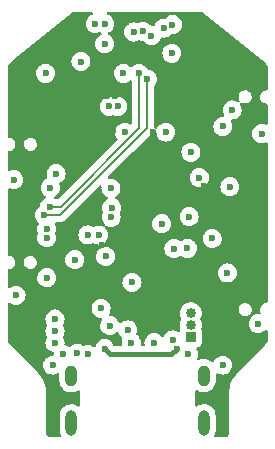
<source format=gbr>
G04 #@! TF.GenerationSoftware,KiCad,Pcbnew,7.0.5*
G04 #@! TF.CreationDate,2023-08-30T18:19:32+03:00*
G04 #@! TF.ProjectId,USB_duck_v2,5553425f-6475-4636-9b5f-76322e6b6963,rev?*
G04 #@! TF.SameCoordinates,Original*
G04 #@! TF.FileFunction,Copper,L2,Inr*
G04 #@! TF.FilePolarity,Positive*
%FSLAX46Y46*%
G04 Gerber Fmt 4.6, Leading zero omitted, Abs format (unit mm)*
G04 Created by KiCad (PCBNEW 7.0.5) date 2023-08-30 18:19:32*
%MOMM*%
%LPD*%
G01*
G04 APERTURE LIST*
G04 #@! TA.AperFunction,ComponentPad*
%ADD10R,0.850000X0.850000*%
G04 #@! TD*
G04 #@! TA.AperFunction,ComponentPad*
%ADD11O,0.850000X0.850000*%
G04 #@! TD*
G04 #@! TA.AperFunction,ComponentPad*
%ADD12O,1.000000X1.800000*%
G04 #@! TD*
G04 #@! TA.AperFunction,ComponentPad*
%ADD13O,0.950000X2.150000*%
G04 #@! TD*
G04 #@! TA.AperFunction,ViaPad*
%ADD14C,0.600000*%
G04 #@! TD*
G04 #@! TA.AperFunction,Conductor*
%ADD15C,0.400000*%
G04 #@! TD*
G04 #@! TA.AperFunction,Conductor*
%ADD16C,0.200000*%
G04 #@! TD*
G04 APERTURE END LIST*
D10*
X4500000Y-27500000D03*
D11*
X4500000Y-26500000D03*
X4500000Y-25500000D03*
D12*
X-5620000Y-30800000D03*
D13*
X-5620000Y-34800000D03*
D12*
X5620000Y-30800000D03*
D13*
X5620000Y-34800000D03*
D14*
X-5100000Y-28900000D03*
X-7698911Y-22500500D03*
X7600000Y-22100000D03*
X-2800000Y-2700000D03*
X-2700000Y-20700000D03*
X-10300000Y-24000000D03*
X-7000000Y-28000000D03*
X2900000Y-3500000D03*
X-7200000Y-29900000D03*
X-1700000Y-8000000D03*
X-7000000Y-27000000D03*
X-6300000Y-29000000D03*
X7800000Y-14800000D03*
X7200000Y-29900000D03*
X8000000Y-8300000D03*
X-2400000Y-8000000D03*
X-7800000Y-5200000D03*
X-1100000Y-10200000D03*
X10200000Y-26400000D03*
X7210000Y-9700000D03*
X4354500Y-17321236D03*
X-4200000Y-29000000D03*
X-6900000Y-13700000D03*
X-7699500Y-19100000D03*
X-1200000Y-5200000D03*
X-10500000Y-14200000D03*
X-7699500Y-18406374D03*
X-2800000Y-1000000D03*
X-3100000Y-25100000D03*
X2390000Y-10180000D03*
X2985061Y-27765141D03*
X4300000Y-29000000D03*
X10500000Y-10300000D03*
X-7000000Y-26000000D03*
X6310000Y-19180000D03*
X2947060Y-1074626D03*
X-5769500Y-18900000D03*
X-5770000Y-17850000D03*
X5978819Y-20321888D03*
X-2110000Y-10110000D03*
X5652503Y-14723601D03*
X-2600000Y-6400000D03*
X-3323911Y-22576089D03*
X-2600000Y-7100000D03*
X6500000Y-28200000D03*
X-3000000Y-19700000D03*
X1270000Y-10190000D03*
X-4850000Y-13550000D03*
X-1900000Y-7100000D03*
X-1900000Y-6400000D03*
X5770000Y-12780000D03*
X-250500Y-21400000D03*
X3300000Y-28500000D03*
X-2800000Y-28500000D03*
X2200181Y-1359891D03*
X-4800000Y-4200000D03*
X-7400000Y-14900000D03*
X-5325000Y-20975000D03*
X453710Y-1644849D03*
X-350500Y-1700000D03*
X1380000Y-27999500D03*
X-7900000Y-17210000D03*
X813966Y-5670000D03*
X114474Y-5200000D03*
X-2371844Y-26559461D03*
X-7450500Y-16480000D03*
X-480000Y-22900000D03*
X-536944Y-28000500D03*
X-854406Y-26923008D03*
X1170000Y-2000000D03*
X-3600000Y-1000000D03*
X-3304891Y-18890000D03*
X3068920Y-20038067D03*
X4214183Y-20014183D03*
X5220000Y-14026406D03*
X4510000Y-11880000D03*
X-2260000Y-14930000D03*
X-2199509Y-16587576D03*
X-2246275Y-17388056D03*
X2034658Y-17925818D03*
X-4215496Y-18883700D03*
D15*
X3300000Y-28500000D02*
X2800000Y-29000000D01*
X2800000Y-29000000D02*
X-2300000Y-29000000D01*
X-2300000Y-29000000D02*
X-2800000Y-28500000D01*
D16*
X813966Y-5670000D02*
X813966Y-9786034D01*
X813966Y-9786034D02*
X-6610000Y-17210000D01*
X-6610000Y-17210000D02*
X-7900000Y-17210000D01*
X-7450500Y-16480000D02*
X-6502182Y-16480000D01*
X-6502182Y-16480000D02*
X114474Y-9863344D01*
X114474Y-9863344D02*
X114474Y-5200000D01*
G04 #@! TA.AperFunction,Conductor*
G36*
X-3828646Y-19685D02*
G01*
X-3782891Y-72489D01*
X-3772947Y-141647D01*
X-3801972Y-205203D01*
X-3854731Y-241042D01*
X-3949521Y-274210D01*
X-4102261Y-370184D01*
X-4102262Y-370184D01*
X-4229816Y-497738D01*
X-4268477Y-559266D01*
X-4325788Y-650476D01*
X-4385368Y-820745D01*
X-4385369Y-820750D01*
X-4405565Y-999996D01*
X-4405565Y-1000003D01*
X-4385369Y-1179249D01*
X-4385368Y-1179255D01*
X-4325789Y-1349522D01*
X-4229816Y-1502262D01*
X-4102262Y-1629816D01*
X-3949522Y-1725789D01*
X-3779255Y-1785368D01*
X-3779252Y-1785368D01*
X-3779249Y-1785369D01*
X-3600004Y-1805565D01*
X-3600000Y-1805565D01*
X-3599996Y-1805565D01*
X-3420750Y-1785369D01*
X-3420746Y-1785368D01*
X-3420745Y-1785368D01*
X-3420743Y-1785367D01*
X-3420737Y-1785366D01*
X-3243905Y-1723489D01*
X-3243153Y-1725637D01*
X-3184872Y-1716035D01*
X-3156414Y-1724391D01*
X-3156098Y-1723487D01*
X-3149526Y-1725786D01*
X-3149522Y-1725789D01*
X-3129030Y-1732959D01*
X-3072258Y-1773677D01*
X-3046509Y-1838629D01*
X-3059964Y-1907191D01*
X-3108350Y-1957595D01*
X-3129031Y-1967040D01*
X-3149520Y-1974209D01*
X-3269379Y-2049522D01*
X-3302262Y-2070184D01*
X-3429816Y-2197738D01*
X-3451834Y-2232780D01*
X-3525188Y-2349522D01*
X-3525789Y-2350478D01*
X-3580056Y-2505565D01*
X-3585368Y-2520745D01*
X-3585369Y-2520750D01*
X-3605565Y-2699996D01*
X-3605565Y-2700003D01*
X-3593671Y-2805565D01*
X-3585368Y-2879255D01*
X-3525789Y-3049522D01*
X-3429816Y-3202262D01*
X-3302262Y-3329816D01*
X-3149522Y-3425789D01*
X-2979255Y-3485368D01*
X-2979252Y-3485368D01*
X-2979249Y-3485369D01*
X-2800004Y-3505565D01*
X-2800000Y-3505565D01*
X-2799996Y-3505565D01*
X-2750631Y-3500003D01*
X2094435Y-3500003D01*
X2114630Y-3679249D01*
X2114631Y-3679254D01*
X2174211Y-3849523D01*
X2244215Y-3960933D01*
X2270184Y-4002262D01*
X2397738Y-4129816D01*
X2550478Y-4225789D01*
X2720745Y-4285368D01*
X2720750Y-4285369D01*
X2899996Y-4305565D01*
X2900000Y-4305565D01*
X2900004Y-4305565D01*
X3079249Y-4285369D01*
X3079252Y-4285368D01*
X3079255Y-4285368D01*
X3249522Y-4225789D01*
X3402262Y-4129816D01*
X3529816Y-4002262D01*
X3625789Y-3849522D01*
X3685368Y-3679255D01*
X3685369Y-3679249D01*
X3705565Y-3500003D01*
X3705565Y-3499996D01*
X3685369Y-3320750D01*
X3685368Y-3320745D01*
X3625788Y-3150476D01*
X3529815Y-2997737D01*
X3402262Y-2870184D01*
X3249523Y-2774211D01*
X3079254Y-2714631D01*
X3079249Y-2714630D01*
X2900004Y-2694435D01*
X2899996Y-2694435D01*
X2720750Y-2714630D01*
X2720745Y-2714631D01*
X2550476Y-2774211D01*
X2397737Y-2870184D01*
X2270184Y-2997737D01*
X2174211Y-3150476D01*
X2114631Y-3320745D01*
X2114630Y-3320750D01*
X2094435Y-3499996D01*
X2094435Y-3500003D01*
X-2750631Y-3500003D01*
X-2620750Y-3485369D01*
X-2620745Y-3485368D01*
X-2588860Y-3474211D01*
X-2450478Y-3425789D01*
X-2432721Y-3414632D01*
X-2388080Y-3386582D01*
X-2297738Y-3329816D01*
X-2170184Y-3202262D01*
X-2137646Y-3150478D01*
X-2074211Y-3049523D01*
X-2014631Y-2879254D01*
X-2014630Y-2879249D01*
X-1994435Y-2700003D01*
X-1994435Y-2699996D01*
X-2014630Y-2520750D01*
X-2014631Y-2520745D01*
X-2074211Y-2350476D01*
X-2170184Y-2197737D01*
X-2297737Y-2070184D01*
X-2450479Y-1974209D01*
X-2470966Y-1967041D01*
X-2527741Y-1926319D01*
X-2553488Y-1861366D01*
X-2540031Y-1792804D01*
X-2491643Y-1742402D01*
X-2470966Y-1732959D01*
X-2450479Y-1725790D01*
X-2409440Y-1700003D01*
X-1156065Y-1700003D01*
X-1135869Y-1879249D01*
X-1135868Y-1879255D01*
X-1076289Y-2049522D01*
X-980316Y-2202262D01*
X-852762Y-2329816D01*
X-700022Y-2425789D01*
X-529755Y-2485368D01*
X-529752Y-2485368D01*
X-529749Y-2485369D01*
X-350504Y-2505565D01*
X-350500Y-2505565D01*
X-350496Y-2505565D01*
X-171250Y-2485369D01*
X-171245Y-2485368D01*
X-148271Y-2477329D01*
X-978Y-2425789D01*
X42453Y-2398499D01*
X109687Y-2379498D01*
X149376Y-2386450D01*
X210422Y-2407811D01*
X274450Y-2430216D01*
X274460Y-2430218D01*
X403369Y-2444742D01*
X452371Y-2450263D01*
X516785Y-2477329D01*
X534779Y-2497662D01*
X535841Y-2496816D01*
X540184Y-2502262D01*
X667738Y-2629816D01*
X758080Y-2686582D01*
X802721Y-2714632D01*
X820478Y-2725789D01*
X958860Y-2774211D01*
X990745Y-2785368D01*
X990750Y-2785369D01*
X1169996Y-2805565D01*
X1170000Y-2805565D01*
X1170004Y-2805565D01*
X1349249Y-2785369D01*
X1349252Y-2785368D01*
X1349255Y-2785368D01*
X1519522Y-2725789D01*
X1672262Y-2629816D01*
X1799816Y-2502262D01*
X1895789Y-2349522D01*
X1936639Y-2232777D01*
X1977359Y-2176004D01*
X2042312Y-2150256D01*
X2067564Y-2150514D01*
X2200178Y-2165456D01*
X2200181Y-2165456D01*
X2200185Y-2165456D01*
X2379430Y-2145260D01*
X2379433Y-2145259D01*
X2379436Y-2145259D01*
X2549703Y-2085680D01*
X2702443Y-1989707D01*
X2783415Y-1908733D01*
X2844736Y-1875250D01*
X2884978Y-1873196D01*
X2901268Y-1875031D01*
X2947058Y-1880191D01*
X2947060Y-1880191D01*
X2947064Y-1880191D01*
X3126309Y-1859995D01*
X3126312Y-1859994D01*
X3126315Y-1859994D01*
X3296582Y-1800415D01*
X3449322Y-1704442D01*
X3576876Y-1576888D01*
X3672849Y-1424148D01*
X3732428Y-1253881D01*
X3734509Y-1235412D01*
X3752625Y-1074629D01*
X3752625Y-1074622D01*
X3732429Y-895376D01*
X3732428Y-895371D01*
X3719870Y-859482D01*
X3672849Y-725104D01*
X3576876Y-572364D01*
X3449322Y-444810D01*
X3330556Y-370184D01*
X3296583Y-348837D01*
X3126314Y-289257D01*
X3126309Y-289256D01*
X2947064Y-269061D01*
X2947056Y-269061D01*
X2767810Y-289256D01*
X2767805Y-289257D01*
X2597536Y-348837D01*
X2444797Y-444810D01*
X2363825Y-525782D01*
X2302501Y-559266D01*
X2262261Y-561320D01*
X2200184Y-554326D01*
X2200177Y-554326D01*
X2020931Y-574521D01*
X2020926Y-574522D01*
X1850657Y-634102D01*
X1697918Y-730075D01*
X1570365Y-857628D01*
X1474390Y-1010371D01*
X1433541Y-1127111D01*
X1392820Y-1183887D01*
X1327867Y-1209634D01*
X1302617Y-1209376D01*
X1171338Y-1194585D01*
X1106924Y-1167519D01*
X1088934Y-1147183D01*
X1087869Y-1148033D01*
X1083525Y-1142586D01*
X955972Y-1015033D01*
X803233Y-919060D01*
X632964Y-859480D01*
X632959Y-859479D01*
X453714Y-839284D01*
X453706Y-839284D01*
X274460Y-859479D01*
X274447Y-859482D01*
X104192Y-919057D01*
X79493Y-934576D01*
X60754Y-946350D01*
X-6481Y-965349D01*
X-46169Y-958397D01*
X-171242Y-914632D01*
X-171250Y-914630D01*
X-350496Y-894435D01*
X-350504Y-894435D01*
X-529749Y-914630D01*
X-529754Y-914631D01*
X-700023Y-974211D01*
X-764990Y-1015033D01*
X-852762Y-1070184D01*
X-980316Y-1197738D01*
X-990931Y-1214632D01*
X-1075688Y-1349522D01*
X-1076289Y-1350478D01*
X-1135868Y-1520744D01*
X-1135868Y-1520745D01*
X-1135869Y-1520750D01*
X-1156065Y-1699996D01*
X-1156065Y-1700003D01*
X-2409440Y-1700003D01*
X-2374108Y-1677802D01*
X-2297738Y-1629816D01*
X-2170184Y-1502262D01*
X-2121102Y-1424149D01*
X-2074211Y-1349523D01*
X-2014631Y-1179254D01*
X-2014630Y-1179249D01*
X-1994435Y-1000003D01*
X-1994435Y-999996D01*
X-2014630Y-820750D01*
X-2014631Y-820745D01*
X-2074211Y-650476D01*
X-2170184Y-497737D01*
X-2297737Y-370184D01*
X-2450478Y-274210D01*
X-2545269Y-241042D01*
X-2602046Y-200320D01*
X-2627793Y-135367D01*
X-2614337Y-66806D01*
X-2565950Y-16403D01*
X-2504315Y0D01*
X5390258Y0D01*
X5457297Y-19685D01*
X5467395Y-26913D01*
X10553738Y-4068117D01*
X10553739Y-4068118D01*
X10577531Y-4087021D01*
X10586772Y-4094364D01*
X10589790Y-4096924D01*
X10751915Y-4243663D01*
X10757459Y-4249371D01*
X10868346Y-4379249D01*
X10898130Y-4414133D01*
X10902904Y-4420513D01*
X10979843Y-4538410D01*
X10999997Y-4605310D01*
X11000000Y-4606178D01*
X11000000Y-6525500D01*
X10980315Y-6592539D01*
X10927511Y-6638294D01*
X10876000Y-6649500D01*
X10862341Y-6649500D01*
X10750082Y-6664929D01*
X10750079Y-6664930D01*
X10611283Y-6725217D01*
X10493889Y-6820724D01*
X10406623Y-6944352D01*
X10406621Y-6944355D01*
X10355946Y-7086939D01*
X10355946Y-7086942D01*
X10345619Y-7237918D01*
X10345619Y-7237921D01*
X10376405Y-7386078D01*
X10376407Y-7386083D01*
X10376408Y-7386085D01*
X10446029Y-7520447D01*
X10446031Y-7520449D01*
X10446032Y-7520451D01*
X10549318Y-7631043D01*
X10549320Y-7631044D01*
X10678618Y-7709672D01*
X10824335Y-7750500D01*
X10824336Y-7750500D01*
X10876000Y-7750500D01*
X10943039Y-7770185D01*
X10988794Y-7822989D01*
X11000000Y-7874500D01*
X11000000Y-9452103D01*
X10980315Y-9519142D01*
X10927511Y-9564897D01*
X10858353Y-9574841D01*
X10835046Y-9569145D01*
X10679257Y-9514632D01*
X10679249Y-9514630D01*
X10500004Y-9494435D01*
X10499996Y-9494435D01*
X10320750Y-9514630D01*
X10320745Y-9514631D01*
X10150476Y-9574211D01*
X9997737Y-9670184D01*
X9870184Y-9797737D01*
X9774211Y-9950476D01*
X9714631Y-10120745D01*
X9714630Y-10120750D01*
X9694435Y-10299996D01*
X9694435Y-10300003D01*
X9714630Y-10479249D01*
X9714631Y-10479254D01*
X9774211Y-10649523D01*
X9856403Y-10780330D01*
X9870184Y-10802262D01*
X9997738Y-10929816D01*
X10020877Y-10944355D01*
X10131580Y-11013915D01*
X10150478Y-11025789D01*
X10254023Y-11062021D01*
X10320745Y-11085368D01*
X10320750Y-11085369D01*
X10499996Y-11105565D01*
X10500000Y-11105565D01*
X10500004Y-11105565D01*
X10679249Y-11085369D01*
X10679251Y-11085368D01*
X10679255Y-11085368D01*
X10679258Y-11085366D01*
X10679262Y-11085366D01*
X10835045Y-11030855D01*
X10904824Y-11027293D01*
X10965451Y-11062021D01*
X10997679Y-11124015D01*
X11000000Y-11147896D01*
X11000000Y-24525500D01*
X10980315Y-24592539D01*
X10927511Y-24638294D01*
X10876000Y-24649500D01*
X10862341Y-24649500D01*
X10750082Y-24664929D01*
X10750079Y-24664930D01*
X10611283Y-24725217D01*
X10493889Y-24820724D01*
X10406623Y-24944352D01*
X10406621Y-24944355D01*
X10355946Y-25086939D01*
X10355946Y-25086942D01*
X10345619Y-25237918D01*
X10345619Y-25237921D01*
X10376405Y-25386078D01*
X10376407Y-25386083D01*
X10376408Y-25386085D01*
X10395111Y-25422180D01*
X10408476Y-25490760D01*
X10382642Y-25555678D01*
X10325811Y-25596324D01*
X10271131Y-25602448D01*
X10200005Y-25594435D01*
X10199996Y-25594435D01*
X10020750Y-25614630D01*
X10020745Y-25614631D01*
X9850476Y-25674211D01*
X9697737Y-25770184D01*
X9570184Y-25897737D01*
X9474211Y-26050476D01*
X9414631Y-26220745D01*
X9414630Y-26220750D01*
X9394435Y-26399996D01*
X9394435Y-26400003D01*
X9414630Y-26579249D01*
X9414631Y-26579254D01*
X9474211Y-26749523D01*
X9570184Y-26902262D01*
X9697738Y-27029816D01*
X9788080Y-27086582D01*
X9828755Y-27112140D01*
X9850478Y-27125789D01*
X9879737Y-27136027D01*
X10020745Y-27185368D01*
X10020750Y-27185369D01*
X10199996Y-27205565D01*
X10200000Y-27205565D01*
X10200004Y-27205565D01*
X10379249Y-27185369D01*
X10379252Y-27185368D01*
X10379255Y-27185368D01*
X10549522Y-27125789D01*
X10702262Y-27029816D01*
X10788318Y-26943759D01*
X10849642Y-26910274D01*
X10919334Y-26915258D01*
X10975267Y-26957130D01*
X10999684Y-27022594D01*
X11000000Y-27031440D01*
X11000000Y-27847220D01*
X10980315Y-27914259D01*
X10979824Y-27915018D01*
X10902558Y-28033340D01*
X10897779Y-28039722D01*
X10755644Y-28206080D01*
X10752959Y-28209025D01*
X8367127Y-30663025D01*
X8367087Y-30663070D01*
X8299890Y-30732182D01*
X8299888Y-30732185D01*
X8147473Y-30928112D01*
X8147472Y-30928113D01*
X8017529Y-31139608D01*
X8017521Y-31139622D01*
X7911629Y-31364112D01*
X7911624Y-31364124D01*
X7831058Y-31598905D01*
X7776794Y-31841134D01*
X7749497Y-32087857D01*
X7749500Y-32194065D01*
X7749500Y-35596462D01*
X7749097Y-35603520D01*
X7736898Y-35710079D01*
X7730523Y-35737557D01*
X7698126Y-35828575D01*
X7685707Y-35853901D01*
X7633579Y-35935241D01*
X7615764Y-35957097D01*
X7607902Y-35964764D01*
X7546169Y-35997484D01*
X7521319Y-36000000D01*
X6612197Y-36000000D01*
X6545158Y-35980315D01*
X6499403Y-35927511D01*
X6489459Y-35858353D01*
X6498246Y-35827100D01*
X6503086Y-35815821D01*
X6555563Y-35693535D01*
X6595500Y-35499199D01*
X6595500Y-34150527D01*
X6580459Y-34002621D01*
X6580459Y-34002619D01*
X6521069Y-33813329D01*
X6521067Y-33813322D01*
X6424784Y-33639854D01*
X6424782Y-33639851D01*
X6295554Y-33489319D01*
X6295553Y-33489317D01*
X6138668Y-33367879D01*
X6138664Y-33367877D01*
X6090450Y-33344227D01*
X5960544Y-33280505D01*
X5960542Y-33280504D01*
X5960539Y-33280503D01*
X5960541Y-33280503D01*
X5768488Y-33230777D01*
X5768482Y-33230776D01*
X5570337Y-33220728D01*
X5570332Y-33220728D01*
X5374235Y-33250768D01*
X5374222Y-33250771D01*
X5188184Y-33319673D01*
X5188175Y-33319677D01*
X5060091Y-33399512D01*
X4992785Y-33418268D01*
X4926025Y-33397659D01*
X4881004Y-33344227D01*
X4870500Y-33294280D01*
X4870500Y-32137849D01*
X4890185Y-32070810D01*
X4942989Y-32025055D01*
X5012147Y-32015111D01*
X5070400Y-32039792D01*
X5088042Y-32053448D01*
X5270729Y-32143060D01*
X5467715Y-32194063D01*
X5670936Y-32204369D01*
X5872071Y-32173556D01*
X6062887Y-32102886D01*
X6235571Y-31995252D01*
X6383053Y-31855059D01*
X6499295Y-31688049D01*
X6579540Y-31501058D01*
X6620500Y-31301741D01*
X6620500Y-30705645D01*
X6640185Y-30638606D01*
X6692989Y-30592851D01*
X6762147Y-30582907D01*
X6810473Y-30600652D01*
X6850475Y-30625788D01*
X7020745Y-30685368D01*
X7020750Y-30685369D01*
X7199996Y-30705565D01*
X7200000Y-30705565D01*
X7200004Y-30705565D01*
X7379249Y-30685369D01*
X7379252Y-30685368D01*
X7379255Y-30685368D01*
X7549522Y-30625789D01*
X7702262Y-30529816D01*
X7829816Y-30402262D01*
X7925789Y-30249522D01*
X7985368Y-30079255D01*
X8000064Y-29948826D01*
X8005565Y-29900003D01*
X8005565Y-29899996D01*
X7985369Y-29720750D01*
X7985368Y-29720745D01*
X7981647Y-29710111D01*
X7925789Y-29550478D01*
X7923323Y-29546554D01*
X7880901Y-29479039D01*
X7829816Y-29397738D01*
X7702262Y-29270184D01*
X7689247Y-29262006D01*
X7549523Y-29174211D01*
X7379254Y-29114631D01*
X7379249Y-29114630D01*
X7200004Y-29094435D01*
X7199996Y-29094435D01*
X7020750Y-29114630D01*
X7020745Y-29114631D01*
X6850476Y-29174211D01*
X6697737Y-29270184D01*
X6570184Y-29397737D01*
X6474209Y-29550479D01*
X6463453Y-29581219D01*
X6422730Y-29637995D01*
X6357777Y-29663741D01*
X6289216Y-29650284D01*
X6270511Y-29638319D01*
X6151962Y-29546554D01*
X6151959Y-29546553D01*
X6151958Y-29546552D01*
X5969271Y-29456940D01*
X5772285Y-29405937D01*
X5772287Y-29405937D01*
X5610611Y-29397738D01*
X5569064Y-29395631D01*
X5569063Y-29395631D01*
X5569061Y-29395631D01*
X5367936Y-29426442D01*
X5367929Y-29426444D01*
X5191080Y-29491941D01*
X5121377Y-29496764D01*
X5060131Y-29463138D01*
X5026788Y-29401737D01*
X5030974Y-29334704D01*
X5085366Y-29179262D01*
X5085369Y-29179249D01*
X5105565Y-29000003D01*
X5105565Y-28999996D01*
X5085369Y-28820750D01*
X5085368Y-28820745D01*
X5025788Y-28650476D01*
X4990291Y-28593983D01*
X4971291Y-28526746D01*
X4991659Y-28459911D01*
X5044927Y-28414697D01*
X5051953Y-28411829D01*
X5167326Y-28368798D01*
X5167326Y-28368797D01*
X5167331Y-28368796D01*
X5282546Y-28282546D01*
X5368796Y-28167331D01*
X5419091Y-28032483D01*
X5425500Y-27972873D01*
X5425499Y-27027128D01*
X5419091Y-26967517D01*
X5416129Y-26959576D01*
X5381900Y-26867803D01*
X5376916Y-26798112D01*
X5380145Y-26786170D01*
X5410262Y-26693482D01*
X5430598Y-26500000D01*
X5410262Y-26306518D01*
X5350144Y-26121492D01*
X5315795Y-26061999D01*
X5299322Y-25994101D01*
X5315796Y-25938000D01*
X5350144Y-25878508D01*
X5410262Y-25693482D01*
X5430598Y-25500000D01*
X5410262Y-25306518D01*
X5387974Y-25237921D01*
X8545619Y-25237921D01*
X8576405Y-25386078D01*
X8576407Y-25386083D01*
X8576408Y-25386085D01*
X8646029Y-25520447D01*
X8646031Y-25520449D01*
X8646032Y-25520451D01*
X8749318Y-25631043D01*
X8749320Y-25631044D01*
X8878618Y-25709672D01*
X9024335Y-25750500D01*
X9024336Y-25750500D01*
X9137659Y-25750500D01*
X9165723Y-25746642D01*
X9249920Y-25735070D01*
X9359854Y-25687318D01*
X9388716Y-25674782D01*
X9388716Y-25674781D01*
X9388720Y-25674780D01*
X9506108Y-25579278D01*
X9593377Y-25455647D01*
X9605271Y-25422180D01*
X9644053Y-25313060D01*
X9644053Y-25313058D01*
X9644054Y-25313056D01*
X9654381Y-25162079D01*
X9645946Y-25121488D01*
X9623594Y-25013921D01*
X9623592Y-25013918D01*
X9623592Y-25013915D01*
X9553971Y-24879553D01*
X9553967Y-24879549D01*
X9553967Y-24879548D01*
X9450681Y-24768956D01*
X9372053Y-24721141D01*
X9321382Y-24690328D01*
X9175665Y-24649500D01*
X9062342Y-24649500D01*
X9062341Y-24649500D01*
X8950082Y-24664929D01*
X8950079Y-24664930D01*
X8811283Y-24725217D01*
X8693889Y-24820724D01*
X8606623Y-24944352D01*
X8606621Y-24944355D01*
X8555946Y-25086939D01*
X8555946Y-25086942D01*
X8545619Y-25237918D01*
X8545619Y-25237921D01*
X5387974Y-25237921D01*
X5350144Y-25121492D01*
X5350143Y-25121491D01*
X5350143Y-25121489D01*
X5350142Y-25121488D01*
X5288038Y-25013921D01*
X5252870Y-24953008D01*
X5186726Y-24879548D01*
X5122697Y-24808435D01*
X5122694Y-24808433D01*
X5122693Y-24808432D01*
X5122692Y-24808431D01*
X5014209Y-24729613D01*
X4965297Y-24694076D01*
X4812641Y-24626111D01*
X4787571Y-24614949D01*
X4787569Y-24614948D01*
X4597274Y-24574500D01*
X4402726Y-24574500D01*
X4212431Y-24614948D01*
X4034702Y-24694076D01*
X3877305Y-24808433D01*
X3877302Y-24808435D01*
X3747129Y-24953009D01*
X3649857Y-25121488D01*
X3649856Y-25121489D01*
X3589738Y-25306516D01*
X3569402Y-25500000D01*
X3589738Y-25693483D01*
X3649856Y-25878510D01*
X3649857Y-25878511D01*
X3684203Y-25938000D01*
X3700676Y-26005900D01*
X3684203Y-26062000D01*
X3649857Y-26121488D01*
X3649856Y-26121489D01*
X3589738Y-26306516D01*
X3579912Y-26400003D01*
X3569402Y-26500000D01*
X3577732Y-26579254D01*
X3589738Y-26693483D01*
X3589740Y-26693488D01*
X3619848Y-26786154D01*
X3621843Y-26855995D01*
X3618099Y-26867804D01*
X3580908Y-26967516D01*
X3579302Y-26982461D01*
X3552563Y-27047012D01*
X3495170Y-27086859D01*
X3425345Y-27089352D01*
X3390041Y-27074198D01*
X3334584Y-27039352D01*
X3164315Y-26979772D01*
X3164310Y-26979771D01*
X2985065Y-26959576D01*
X2985057Y-26959576D01*
X2805811Y-26979771D01*
X2805806Y-26979772D01*
X2635537Y-27039352D01*
X2482798Y-27135325D01*
X2355245Y-27262878D01*
X2259270Y-27415620D01*
X2236741Y-27480005D01*
X2196019Y-27536780D01*
X2131066Y-27562527D01*
X2062505Y-27549070D01*
X2014706Y-27505021D01*
X2012345Y-27501264D01*
X2009816Y-27497238D01*
X1882262Y-27369684D01*
X1865042Y-27358864D01*
X1729523Y-27273711D01*
X1559254Y-27214131D01*
X1559249Y-27214130D01*
X1380004Y-27193935D01*
X1379996Y-27193935D01*
X1200750Y-27214130D01*
X1200745Y-27214131D01*
X1030476Y-27273711D01*
X877737Y-27369684D01*
X750184Y-27497237D01*
X654211Y-27649976D01*
X594631Y-27820245D01*
X594630Y-27820250D01*
X574435Y-27999496D01*
X574435Y-27999503D01*
X592700Y-28161617D01*
X580645Y-28230439D01*
X533296Y-28281818D01*
X469480Y-28299500D01*
X373688Y-28299500D01*
X306649Y-28279815D01*
X260894Y-28227011D01*
X250468Y-28161616D01*
X268621Y-28000502D01*
X268621Y-28000496D01*
X248425Y-27821250D01*
X248424Y-27821245D01*
X188844Y-27650976D01*
X135433Y-27565973D01*
X92872Y-27498238D01*
X74639Y-27480005D01*
X-34683Y-27370682D01*
X-34685Y-27370681D01*
X-56113Y-27357217D01*
X-102404Y-27304882D01*
X-113051Y-27235829D01*
X-107182Y-27211272D01*
X-85531Y-27149398D01*
X-69038Y-27102267D01*
X-69036Y-27102257D01*
X-48841Y-26923011D01*
X-48841Y-26923004D01*
X-69036Y-26743758D01*
X-69037Y-26743753D01*
X-128617Y-26573484D01*
X-224590Y-26420745D01*
X-352143Y-26293192D01*
X-504882Y-26197219D01*
X-675151Y-26137639D01*
X-675156Y-26137638D01*
X-854402Y-26117443D01*
X-854410Y-26117443D01*
X-1033655Y-26137638D01*
X-1033660Y-26137639D01*
X-1203929Y-26197219D01*
X-1356668Y-26293192D01*
X-1409918Y-26346442D01*
X-1471241Y-26379927D01*
X-1540933Y-26374943D01*
X-1596866Y-26333071D01*
X-1614641Y-26299715D01*
X-1646054Y-26209939D01*
X-1742028Y-26057198D01*
X-1869581Y-25929645D01*
X-2022320Y-25833672D01*
X-2192589Y-25774092D01*
X-2192594Y-25774091D01*
X-2356555Y-25755618D01*
X-2420969Y-25728552D01*
X-2460525Y-25670957D01*
X-2462662Y-25601120D01*
X-2447666Y-25566426D01*
X-2374211Y-25449523D01*
X-2314631Y-25279254D01*
X-2314630Y-25279249D01*
X-2294435Y-25100003D01*
X-2294435Y-25099996D01*
X-2314630Y-24920750D01*
X-2314631Y-24920745D01*
X-2374211Y-24750476D01*
X-2470184Y-24597737D01*
X-2597737Y-24470184D01*
X-2750476Y-24374211D01*
X-2920745Y-24314631D01*
X-2920750Y-24314630D01*
X-3099996Y-24294435D01*
X-3100004Y-24294435D01*
X-3279249Y-24314630D01*
X-3279254Y-24314631D01*
X-3449523Y-24374211D01*
X-3602261Y-24470183D01*
X-3602262Y-24470184D01*
X-3729816Y-24597738D01*
X-3786581Y-24688080D01*
X-3809916Y-24725217D01*
X-3825789Y-24750478D01*
X-3870954Y-24879552D01*
X-3885368Y-24920745D01*
X-3885369Y-24920750D01*
X-3905565Y-25099996D01*
X-3905565Y-25100003D01*
X-3885369Y-25279249D01*
X-3885368Y-25279255D01*
X-3825789Y-25449522D01*
X-3729816Y-25602262D01*
X-3602262Y-25729816D01*
X-3449522Y-25825789D01*
X-3279255Y-25885368D01*
X-3279253Y-25885368D01*
X-3279250Y-25885369D01*
X-3200469Y-25894244D01*
X-3115286Y-25903842D01*
X-3050874Y-25930908D01*
X-3011319Y-25988502D01*
X-3009180Y-26058339D01*
X-3024177Y-26093034D01*
X-3097632Y-26209937D01*
X-3097633Y-26209939D01*
X-3146475Y-26349522D01*
X-3157212Y-26380206D01*
X-3157213Y-26380211D01*
X-3177409Y-26559457D01*
X-3177409Y-26559464D01*
X-3162308Y-26693488D01*
X-3157212Y-26738716D01*
X-3097633Y-26908983D01*
X-3001660Y-27061723D01*
X-2874106Y-27189277D01*
X-2721366Y-27285250D01*
X-2551099Y-27344829D01*
X-2551096Y-27344829D01*
X-2551093Y-27344830D01*
X-2371848Y-27365026D01*
X-2371844Y-27365026D01*
X-2371840Y-27365026D01*
X-2192594Y-27344830D01*
X-2192589Y-27344829D01*
X-2192588Y-27344829D01*
X-2022322Y-27285250D01*
X-2002076Y-27272529D01*
X-1922459Y-27222502D01*
X-1869582Y-27189277D01*
X-1816332Y-27136027D01*
X-1755009Y-27102542D01*
X-1685317Y-27107526D01*
X-1629384Y-27149398D01*
X-1611608Y-27182754D01*
X-1580195Y-27272530D01*
X-1484222Y-27425270D01*
X-1356668Y-27552824D01*
X-1335238Y-27566289D01*
X-1288948Y-27618620D01*
X-1278298Y-27687673D01*
X-1284169Y-27712237D01*
X-1322310Y-27821237D01*
X-1322313Y-27821250D01*
X-1342509Y-28000496D01*
X-1342509Y-28000502D01*
X-1324356Y-28161616D01*
X-1336410Y-28230438D01*
X-1383760Y-28281818D01*
X-1447576Y-28299500D01*
X-1934083Y-28299500D01*
X-2001122Y-28279815D01*
X-2046877Y-28227011D01*
X-2051124Y-28216456D01*
X-2074211Y-28150476D01*
X-2074212Y-28150475D01*
X-2170184Y-27997737D01*
X-2297737Y-27870184D01*
X-2450476Y-27774211D01*
X-2620745Y-27714631D01*
X-2620750Y-27714630D01*
X-2799996Y-27694435D01*
X-2800004Y-27694435D01*
X-2979249Y-27714630D01*
X-2979254Y-27714631D01*
X-3149523Y-27774211D01*
X-3267770Y-27848511D01*
X-3302262Y-27870184D01*
X-3429816Y-27997738D01*
X-3452186Y-28033340D01*
X-3525789Y-28150478D01*
X-3568447Y-28272387D01*
X-3609169Y-28329164D01*
X-3674122Y-28354911D01*
X-3742683Y-28341455D01*
X-3751461Y-28336427D01*
X-3850476Y-28274211D01*
X-4020745Y-28214631D01*
X-4020750Y-28214630D01*
X-4199996Y-28194435D01*
X-4200004Y-28194435D01*
X-4379249Y-28214630D01*
X-4379257Y-28214632D01*
X-4520011Y-28263884D01*
X-4589789Y-28267445D01*
X-4626937Y-28251836D01*
X-4750476Y-28174211D01*
X-4920745Y-28114631D01*
X-4920750Y-28114630D01*
X-5099996Y-28094435D01*
X-5100004Y-28094435D01*
X-5279249Y-28114630D01*
X-5279254Y-28114631D01*
X-5449523Y-28174211D01*
X-5602262Y-28270184D01*
X-5669180Y-28337102D01*
X-5730503Y-28370587D01*
X-5800195Y-28365603D01*
X-5822833Y-28354415D01*
X-5950476Y-28274211D01*
X-6121568Y-28214344D01*
X-6178344Y-28173622D01*
X-6204091Y-28108669D01*
X-6203833Y-28083419D01*
X-6194435Y-28000004D01*
X-6194435Y-27999996D01*
X-6214630Y-27820750D01*
X-6214633Y-27820737D01*
X-6274209Y-27650479D01*
X-6327309Y-27565971D01*
X-6346309Y-27498734D01*
X-6327309Y-27434029D01*
X-6274209Y-27349520D01*
X-6214633Y-27179262D01*
X-6214630Y-27179249D01*
X-6194435Y-27000003D01*
X-6194435Y-26999996D01*
X-6214630Y-26820750D01*
X-6214633Y-26820737D01*
X-6274209Y-26650479D01*
X-6327309Y-26565971D01*
X-6346309Y-26498734D01*
X-6327309Y-26434029D01*
X-6274209Y-26349520D01*
X-6214633Y-26179262D01*
X-6214630Y-26179249D01*
X-6194435Y-26000003D01*
X-6194435Y-25999996D01*
X-6214630Y-25820750D01*
X-6214631Y-25820745D01*
X-6274211Y-25650476D01*
X-6370184Y-25497737D01*
X-6497737Y-25370184D01*
X-6650476Y-25274211D01*
X-6820745Y-25214631D01*
X-6820750Y-25214630D01*
X-6999996Y-25194435D01*
X-7000004Y-25194435D01*
X-7179249Y-25214630D01*
X-7179254Y-25214631D01*
X-7349523Y-25274211D01*
X-7411350Y-25313060D01*
X-7502262Y-25370184D01*
X-7629816Y-25497738D01*
X-7681049Y-25579275D01*
X-7703265Y-25614632D01*
X-7725789Y-25650478D01*
X-7762579Y-25755618D01*
X-7785368Y-25820745D01*
X-7785369Y-25820750D01*
X-7805565Y-25999996D01*
X-7805565Y-26000003D01*
X-7790057Y-26137638D01*
X-7785368Y-26179255D01*
X-7725789Y-26349522D01*
X-7725788Y-26349524D01*
X-7672691Y-26434027D01*
X-7653690Y-26501264D01*
X-7672691Y-26565973D01*
X-7725788Y-26650475D01*
X-7785368Y-26820745D01*
X-7785369Y-26820750D01*
X-7805565Y-26999996D01*
X-7805565Y-27000003D01*
X-7791392Y-27125789D01*
X-7785368Y-27179255D01*
X-7725789Y-27349522D01*
X-7725788Y-27349524D01*
X-7672691Y-27434027D01*
X-7653690Y-27501264D01*
X-7672691Y-27565973D01*
X-7725788Y-27650475D01*
X-7785368Y-27820745D01*
X-7785369Y-27820750D01*
X-7805565Y-27999996D01*
X-7805565Y-28000003D01*
X-7785369Y-28179249D01*
X-7785368Y-28179255D01*
X-7725789Y-28349522D01*
X-7629816Y-28502262D01*
X-7502262Y-28629816D01*
X-7349522Y-28725789D01*
X-7187614Y-28782442D01*
X-7178432Y-28785656D01*
X-7121655Y-28826378D01*
X-7095908Y-28891331D01*
X-7096166Y-28916582D01*
X-7104056Y-28986607D01*
X-7131123Y-29051021D01*
X-7188718Y-29090576D01*
X-7213392Y-29095943D01*
X-7379250Y-29114630D01*
X-7379254Y-29114631D01*
X-7549523Y-29174211D01*
X-7689247Y-29262006D01*
X-7702262Y-29270184D01*
X-7829816Y-29397738D01*
X-7880901Y-29479039D01*
X-7923323Y-29546554D01*
X-7925789Y-29550478D01*
X-7981647Y-29710111D01*
X-7985368Y-29720745D01*
X-7985369Y-29720750D01*
X-8005565Y-29899996D01*
X-8005565Y-29900003D01*
X-8000064Y-29948826D01*
X-7985368Y-30079255D01*
X-7925789Y-30249522D01*
X-7829816Y-30402262D01*
X-7702262Y-30529816D01*
X-7549522Y-30625789D01*
X-7379255Y-30685368D01*
X-7379252Y-30685368D01*
X-7379249Y-30685369D01*
X-7200004Y-30705565D01*
X-7200000Y-30705565D01*
X-7199996Y-30705565D01*
X-7020750Y-30685369D01*
X-7020745Y-30685368D01*
X-6850475Y-30625788D01*
X-6810473Y-30600652D01*
X-6743237Y-30581651D01*
X-6676401Y-30602018D01*
X-6631187Y-30655285D01*
X-6620500Y-30705645D01*
X-6620500Y-31250743D01*
X-6605074Y-31402439D01*
X-6557562Y-31553870D01*
X-6544159Y-31596588D01*
X-6445409Y-31774502D01*
X-6312866Y-31928895D01*
X-6151958Y-32053448D01*
X-5969271Y-32143060D01*
X-5772285Y-32194063D01*
X-5569064Y-32204369D01*
X-5367929Y-32173556D01*
X-5177113Y-32102886D01*
X-5060090Y-32029945D01*
X-4992786Y-32011190D01*
X-4926025Y-32031799D01*
X-4881004Y-32085231D01*
X-4870500Y-32135178D01*
X-4870500Y-33293766D01*
X-4890185Y-33360805D01*
X-4942989Y-33406560D01*
X-5012147Y-33416504D01*
X-5070398Y-33391824D01*
X-5101334Y-33367878D01*
X-5199598Y-33319677D01*
X-5279460Y-33280503D01*
X-5279458Y-33280503D01*
X-5471511Y-33230777D01*
X-5471517Y-33230776D01*
X-5669662Y-33220728D01*
X-5669667Y-33220728D01*
X-5865764Y-33250768D01*
X-5865777Y-33250771D01*
X-6051815Y-33319673D01*
X-6051824Y-33319677D01*
X-6220184Y-33424616D01*
X-6220191Y-33424621D01*
X-6363983Y-33561306D01*
X-6363986Y-33561309D01*
X-6477324Y-33724146D01*
X-6555563Y-33906465D01*
X-6587292Y-34060863D01*
X-6595500Y-34100800D01*
X-6595500Y-35449474D01*
X-6580459Y-35597380D01*
X-6557838Y-35669478D01*
X-6521067Y-35786678D01*
X-6504891Y-35815821D01*
X-6489567Y-35883990D01*
X-6513530Y-35949622D01*
X-6569172Y-35991879D01*
X-6613309Y-36000000D01*
X-7521318Y-36000000D01*
X-7588357Y-35980315D01*
X-7607897Y-35964768D01*
X-7615762Y-35957097D01*
X-7633579Y-35935239D01*
X-7685707Y-35853898D01*
X-7698126Y-35828573D01*
X-7730521Y-35737561D01*
X-7736896Y-35710084D01*
X-7749097Y-35603509D01*
X-7749500Y-35596452D01*
X-7749500Y-32194065D01*
X-7749497Y-32087858D01*
X-7776793Y-31841132D01*
X-7831055Y-31598907D01*
X-7911622Y-31364125D01*
X-8017522Y-31139614D01*
X-8147469Y-30928112D01*
X-8147470Y-30928111D01*
X-8299882Y-30732187D01*
X-8369191Y-30660903D01*
X-8369203Y-30660891D01*
X-8374653Y-30655285D01*
X-8417193Y-30611530D01*
X-8417192Y-30611530D01*
X-10727475Y-28235241D01*
X-10728289Y-28234403D01*
X-10752988Y-28208998D01*
X-10755673Y-28206053D01*
X-10897782Y-28039725D01*
X-10902561Y-28033343D01*
X-10979824Y-27915025D01*
X-10999997Y-27848131D01*
X-11000000Y-27847227D01*
X-11000000Y-24729613D01*
X-10980315Y-24662574D01*
X-10927511Y-24616819D01*
X-10858353Y-24606875D01*
X-10809377Y-24628051D01*
X-10808158Y-24626111D01*
X-10802262Y-24629815D01*
X-10802262Y-24629816D01*
X-10649522Y-24725789D01*
X-10479255Y-24785368D01*
X-10479252Y-24785368D01*
X-10479249Y-24785369D01*
X-10300004Y-24805565D01*
X-10300000Y-24805565D01*
X-10299996Y-24805565D01*
X-10120750Y-24785369D01*
X-10120745Y-24785368D01*
X-10073842Y-24768956D01*
X-9950478Y-24725789D01*
X-9949567Y-24725217D01*
X-9811231Y-24638294D01*
X-9797738Y-24629816D01*
X-9670184Y-24502262D01*
X-9589724Y-24374211D01*
X-9574211Y-24349523D01*
X-9514631Y-24179254D01*
X-9514630Y-24179249D01*
X-9494435Y-24000003D01*
X-9494435Y-23999996D01*
X-9514630Y-23820750D01*
X-9514631Y-23820745D01*
X-9574211Y-23650476D01*
X-9670184Y-23497737D01*
X-9797737Y-23370184D01*
X-9950476Y-23274211D01*
X-10120745Y-23214631D01*
X-10120750Y-23214630D01*
X-10299996Y-23194435D01*
X-10300004Y-23194435D01*
X-10479249Y-23214630D01*
X-10479254Y-23214631D01*
X-10649523Y-23274211D01*
X-10808158Y-23373889D01*
X-10809501Y-23371750D01*
X-10863385Y-23393743D01*
X-10932079Y-23380980D01*
X-10982969Y-23333105D01*
X-11000000Y-23270386D01*
X-11000000Y-22500503D01*
X-8504476Y-22500503D01*
X-8484280Y-22679749D01*
X-8484279Y-22679755D01*
X-8424700Y-22850022D01*
X-8328727Y-23002762D01*
X-8201173Y-23130316D01*
X-8048433Y-23226289D01*
X-7878166Y-23285868D01*
X-7878163Y-23285868D01*
X-7878160Y-23285869D01*
X-7698915Y-23306065D01*
X-7698911Y-23306065D01*
X-7698907Y-23306065D01*
X-7519661Y-23285869D01*
X-7519656Y-23285868D01*
X-7415788Y-23249523D01*
X-7349389Y-23226289D01*
X-7196649Y-23130316D01*
X-7069095Y-23002762D01*
X-7004525Y-22900000D01*
X-1285565Y-22900000D01*
X-1265368Y-23079255D01*
X-1205789Y-23249522D01*
X-1109816Y-23402262D01*
X-982262Y-23529816D01*
X-829522Y-23625789D01*
X-659255Y-23685368D01*
X-659252Y-23685368D01*
X-659249Y-23685369D01*
X-480004Y-23705565D01*
X-480000Y-23705565D01*
X-479996Y-23705565D01*
X-300750Y-23685369D01*
X-300745Y-23685368D01*
X-300744Y-23685367D01*
X-130478Y-23625789D01*
X22262Y-23529816D01*
X149816Y-23402262D01*
X245789Y-23249522D01*
X305368Y-23079255D01*
X325565Y-22900000D01*
X323916Y-22885369D01*
X305369Y-22720750D01*
X305368Y-22720745D01*
X245788Y-22550476D01*
X149815Y-22397737D01*
X22262Y-22270184D01*
X-130476Y-22174211D01*
X-300745Y-22114631D01*
X-300750Y-22114630D01*
X-430576Y-22100003D01*
X6794435Y-22100003D01*
X6814630Y-22279249D01*
X6814631Y-22279254D01*
X6874211Y-22449523D01*
X6937646Y-22550478D01*
X6970184Y-22602262D01*
X7097738Y-22729816D01*
X7250478Y-22825789D01*
X7319732Y-22850022D01*
X7420745Y-22885368D01*
X7420750Y-22885369D01*
X7599996Y-22905565D01*
X7600000Y-22905565D01*
X7600004Y-22905565D01*
X7779249Y-22885369D01*
X7779252Y-22885368D01*
X7779255Y-22885368D01*
X7949522Y-22825789D01*
X8102262Y-22729816D01*
X8229816Y-22602262D01*
X8325789Y-22449522D01*
X8385368Y-22279255D01*
X8397204Y-22174211D01*
X8405565Y-22100003D01*
X8405565Y-22099996D01*
X8385369Y-21920750D01*
X8385368Y-21920745D01*
X8329250Y-21760369D01*
X8325789Y-21750478D01*
X8229816Y-21597738D01*
X8102262Y-21470184D01*
X8031608Y-21425789D01*
X7949523Y-21374211D01*
X7779254Y-21314631D01*
X7779249Y-21314630D01*
X7600004Y-21294435D01*
X7599996Y-21294435D01*
X7420750Y-21314630D01*
X7420745Y-21314631D01*
X7250476Y-21374211D01*
X7097737Y-21470184D01*
X6970184Y-21597737D01*
X6874211Y-21750476D01*
X6814631Y-21920745D01*
X6814630Y-21920750D01*
X6794435Y-22099996D01*
X6794435Y-22100003D01*
X-430576Y-22100003D01*
X-479996Y-22094435D01*
X-480004Y-22094435D01*
X-659249Y-22114630D01*
X-659254Y-22114631D01*
X-829523Y-22174211D01*
X-982262Y-22270184D01*
X-1109815Y-22397737D01*
X-1205788Y-22550476D01*
X-1265368Y-22720745D01*
X-1265369Y-22720750D01*
X-1283916Y-22885369D01*
X-1285565Y-22900000D01*
X-7004525Y-22900000D01*
X-6973122Y-22850023D01*
X-6913542Y-22679754D01*
X-6913541Y-22679749D01*
X-6893346Y-22500503D01*
X-6893346Y-22500496D01*
X-6913541Y-22321250D01*
X-6913542Y-22321245D01*
X-6973122Y-22150976D01*
X-7069095Y-21998237D01*
X-7196648Y-21870684D01*
X-7349387Y-21774711D01*
X-7519656Y-21715131D01*
X-7519661Y-21715130D01*
X-7698907Y-21694935D01*
X-7698915Y-21694935D01*
X-7878160Y-21715130D01*
X-7878165Y-21715131D01*
X-8048434Y-21774711D01*
X-8201172Y-21870683D01*
X-8201173Y-21870684D01*
X-8328727Y-21998238D01*
X-8424700Y-22150978D01*
X-8466412Y-22270184D01*
X-8484279Y-22321245D01*
X-8484280Y-22321250D01*
X-8504476Y-22500496D01*
X-8504476Y-22500503D01*
X-11000000Y-22500503D01*
X-11000000Y-21874500D01*
X-10980315Y-21807461D01*
X-10927511Y-21761706D01*
X-10876000Y-21750500D01*
X-10862341Y-21750500D01*
X-10824921Y-21745356D01*
X-10750080Y-21735070D01*
X-10671158Y-21700789D01*
X-10611283Y-21674782D01*
X-10611281Y-21674780D01*
X-10611280Y-21674780D01*
X-10493892Y-21579278D01*
X-10493891Y-21579276D01*
X-10493889Y-21579275D01*
X-10406623Y-21455647D01*
X-10406621Y-21455644D01*
X-10355946Y-21313060D01*
X-10355946Y-21313057D01*
X-10350807Y-21237921D01*
X-9654381Y-21237921D01*
X-9623594Y-21386078D01*
X-9623593Y-21386079D01*
X-9623592Y-21386085D01*
X-9553971Y-21520447D01*
X-9450680Y-21631044D01*
X-9321382Y-21709672D01*
X-9175665Y-21750500D01*
X-9175664Y-21750500D01*
X-9062341Y-21750500D01*
X-9024921Y-21745356D01*
X-8950080Y-21735070D01*
X-8871158Y-21700789D01*
X-8811283Y-21674782D01*
X-8811281Y-21674780D01*
X-8811280Y-21674780D01*
X-8693892Y-21579278D01*
X-8693891Y-21579276D01*
X-8693889Y-21579275D01*
X-8606623Y-21455647D01*
X-8606621Y-21455644D01*
X-8555946Y-21313060D01*
X-8555946Y-21313057D01*
X-8545619Y-21162079D01*
X-8545619Y-21162074D01*
X-8576405Y-21013921D01*
X-8576408Y-21013915D01*
X-8596571Y-20975003D01*
X-6130565Y-20975003D01*
X-6117952Y-21086944D01*
X-6110368Y-21154255D01*
X-6050789Y-21324522D01*
X-5954816Y-21477262D01*
X-5827262Y-21604816D01*
X-5674522Y-21700789D01*
X-5504255Y-21760368D01*
X-5504252Y-21760368D01*
X-5504249Y-21760369D01*
X-5325004Y-21780565D01*
X-5325000Y-21780565D01*
X-5324996Y-21780565D01*
X-5145750Y-21760369D01*
X-5145745Y-21760368D01*
X-5117475Y-21750476D01*
X-4975478Y-21700789D01*
X-4822738Y-21604816D01*
X-4695184Y-21477262D01*
X-4662841Y-21425789D01*
X-4599211Y-21324523D01*
X-4539631Y-21154254D01*
X-4539630Y-21154249D01*
X-4519435Y-20975003D01*
X-4519435Y-20974996D01*
X-4539630Y-20795750D01*
X-4539631Y-20795745D01*
X-4573133Y-20700003D01*
X-3505565Y-20700003D01*
X-3489382Y-20843632D01*
X-3485368Y-20879255D01*
X-3425789Y-21049522D01*
X-3329816Y-21202262D01*
X-3202262Y-21329816D01*
X-3049522Y-21425789D01*
X-2879255Y-21485368D01*
X-2879252Y-21485368D01*
X-2879249Y-21485369D01*
X-2700004Y-21505565D01*
X-2700000Y-21505565D01*
X-2699996Y-21505565D01*
X-2520750Y-21485369D01*
X-2520745Y-21485368D01*
X-2477352Y-21470184D01*
X-2350478Y-21425789D01*
X-2197738Y-21329816D01*
X-2070184Y-21202262D01*
X-2040019Y-21154255D01*
X-1974211Y-21049523D01*
X-1914631Y-20879254D01*
X-1914630Y-20879249D01*
X-1894435Y-20700003D01*
X-1894435Y-20699996D01*
X-1914630Y-20520750D01*
X-1914631Y-20520745D01*
X-1974211Y-20350476D01*
X-2070184Y-20197737D01*
X-2197737Y-20070184D01*
X-2248846Y-20038070D01*
X2263355Y-20038070D01*
X2283550Y-20217316D01*
X2283551Y-20217321D01*
X2343131Y-20387590D01*
X2426802Y-20520750D01*
X2439104Y-20540329D01*
X2566658Y-20667883D01*
X2719398Y-20763856D01*
X2879128Y-20819748D01*
X2889665Y-20823435D01*
X2889670Y-20823436D01*
X3068916Y-20843632D01*
X3068920Y-20843632D01*
X3068924Y-20843632D01*
X3248169Y-20823436D01*
X3248172Y-20823435D01*
X3248175Y-20823435D01*
X3418442Y-20763856D01*
X3571182Y-20667883D01*
X3571184Y-20667880D01*
X3576630Y-20663539D01*
X3577631Y-20664795D01*
X3631542Y-20635349D01*
X3701234Y-20640325D01*
X3723887Y-20651518D01*
X3841178Y-20725217D01*
X3864661Y-20739972D01*
X4024051Y-20795745D01*
X4034928Y-20799551D01*
X4034933Y-20799552D01*
X4214179Y-20819748D01*
X4214183Y-20819748D01*
X4214187Y-20819748D01*
X4393432Y-20799552D01*
X4393435Y-20799551D01*
X4393438Y-20799551D01*
X4563705Y-20739972D01*
X4716445Y-20643999D01*
X4843999Y-20516445D01*
X4939972Y-20363705D01*
X4999551Y-20193438D01*
X4999980Y-20189630D01*
X5019748Y-20014186D01*
X5019748Y-20014179D01*
X4999552Y-19834933D01*
X4999551Y-19834928D01*
X4948329Y-19688545D01*
X4939972Y-19664661D01*
X4905304Y-19609488D01*
X4891567Y-19587625D01*
X4843999Y-19511921D01*
X4716445Y-19384367D01*
X4676470Y-19359249D01*
X4563706Y-19288394D01*
X4393437Y-19228814D01*
X4393432Y-19228813D01*
X4214187Y-19208618D01*
X4214179Y-19208618D01*
X4034933Y-19228813D01*
X4034928Y-19228814D01*
X3864659Y-19288394D01*
X3711917Y-19384369D01*
X3706473Y-19388711D01*
X3705474Y-19387458D01*
X3651530Y-19416907D01*
X3581839Y-19411913D01*
X3559215Y-19400731D01*
X3418443Y-19312278D01*
X3248174Y-19252698D01*
X3248169Y-19252697D01*
X3068924Y-19232502D01*
X3068916Y-19232502D01*
X2889670Y-19252697D01*
X2889665Y-19252698D01*
X2719396Y-19312278D01*
X2566657Y-19408251D01*
X2439104Y-19535804D01*
X2343131Y-19688543D01*
X2283551Y-19858812D01*
X2283550Y-19858817D01*
X2263355Y-20038063D01*
X2263355Y-20038070D01*
X-2248846Y-20038070D01*
X-2350476Y-19974211D01*
X-2520745Y-19914631D01*
X-2520750Y-19914630D01*
X-2699996Y-19894435D01*
X-2700004Y-19894435D01*
X-2879249Y-19914630D01*
X-2879254Y-19914631D01*
X-3049523Y-19974211D01*
X-3113142Y-20014186D01*
X-3202262Y-20070184D01*
X-3329816Y-20197738D01*
X-3425789Y-20350478D01*
X-3438775Y-20387590D01*
X-3485368Y-20520745D01*
X-3485369Y-20520750D01*
X-3505565Y-20699996D01*
X-3505565Y-20700003D01*
X-4573133Y-20700003D01*
X-4599211Y-20625476D01*
X-4695184Y-20472737D01*
X-4822737Y-20345184D01*
X-4975476Y-20249211D01*
X-5145745Y-20189631D01*
X-5145750Y-20189630D01*
X-5324996Y-20169435D01*
X-5325004Y-20169435D01*
X-5504249Y-20189630D01*
X-5504254Y-20189631D01*
X-5674523Y-20249211D01*
X-5827261Y-20345184D01*
X-5827262Y-20345184D01*
X-5954816Y-20472738D01*
X-6050789Y-20625478D01*
X-6064594Y-20664930D01*
X-6110368Y-20795745D01*
X-6110369Y-20795750D01*
X-6130565Y-20974996D01*
X-6130565Y-20975003D01*
X-8596571Y-20975003D01*
X-8646030Y-20879552D01*
X-8646032Y-20879548D01*
X-8749318Y-20768956D01*
X-8878616Y-20690329D01*
X-8878615Y-20690329D01*
X-8878617Y-20690328D01*
X-8878618Y-20690328D01*
X-9024335Y-20649500D01*
X-9137658Y-20649500D01*
X-9137659Y-20649500D01*
X-9249917Y-20664929D01*
X-9249920Y-20664930D01*
X-9388716Y-20725217D01*
X-9388719Y-20725219D01*
X-9388720Y-20725220D01*
X-9504910Y-20819748D01*
X-9506110Y-20820724D01*
X-9593376Y-20944352D01*
X-9593378Y-20944355D01*
X-9644053Y-21086939D01*
X-9644053Y-21086941D01*
X-9644054Y-21086944D01*
X-9654381Y-21237921D01*
X-10350807Y-21237921D01*
X-10345619Y-21162079D01*
X-10345619Y-21162074D01*
X-10376405Y-21013921D01*
X-10376408Y-21013915D01*
X-10446030Y-20879552D01*
X-10446032Y-20879548D01*
X-10549318Y-20768956D01*
X-10678616Y-20690329D01*
X-10678615Y-20690329D01*
X-10678617Y-20690328D01*
X-10678618Y-20690328D01*
X-10824335Y-20649500D01*
X-10876000Y-20649500D01*
X-10943039Y-20629815D01*
X-10988794Y-20577011D01*
X-11000000Y-20525500D01*
X-11000000Y-17210003D01*
X-8705565Y-17210003D01*
X-8685504Y-17388052D01*
X-8685368Y-17389255D01*
X-8625789Y-17559522D01*
X-8529816Y-17712262D01*
X-8447036Y-17795042D01*
X-8402577Y-17839501D01*
X-8369092Y-17900824D01*
X-8374076Y-17970516D01*
X-8385265Y-17993155D01*
X-8425288Y-18056849D01*
X-8484868Y-18227119D01*
X-8484869Y-18227124D01*
X-8505065Y-18406370D01*
X-8505065Y-18406377D01*
X-8488862Y-18550184D01*
X-8484868Y-18585629D01*
X-8440565Y-18712235D01*
X-8437003Y-18782010D01*
X-8440558Y-18794119D01*
X-8484868Y-18920745D01*
X-8484868Y-18920748D01*
X-8484869Y-18920750D01*
X-8505065Y-19099996D01*
X-8505065Y-19100003D01*
X-8487860Y-19252699D01*
X-8484868Y-19279255D01*
X-8425289Y-19449522D01*
X-8329316Y-19602262D01*
X-8201762Y-19729816D01*
X-8049022Y-19825789D01*
X-7878755Y-19885368D01*
X-7878752Y-19885368D01*
X-7878749Y-19885369D01*
X-7699504Y-19905565D01*
X-7699500Y-19905565D01*
X-7699496Y-19905565D01*
X-7520250Y-19885369D01*
X-7520245Y-19885368D01*
X-7444367Y-19858817D01*
X-7349978Y-19825789D01*
X-7324555Y-19809815D01*
X-7287580Y-19786582D01*
X-7197238Y-19729816D01*
X-7069684Y-19602262D01*
X-7027926Y-19535805D01*
X-6973711Y-19449523D01*
X-6914131Y-19279254D01*
X-6914130Y-19279249D01*
X-6893935Y-19100003D01*
X-6893935Y-19099996D01*
X-6914130Y-18920750D01*
X-6914132Y-18920742D01*
X-6927093Y-18883703D01*
X-5021061Y-18883703D01*
X-5007873Y-19000750D01*
X-5000864Y-19062955D01*
X-4941285Y-19233222D01*
X-4845312Y-19385962D01*
X-4717758Y-19513516D01*
X-4565018Y-19609489D01*
X-4394751Y-19669068D01*
X-4394748Y-19669068D01*
X-4394745Y-19669069D01*
X-4215500Y-19689265D01*
X-4215496Y-19689265D01*
X-4215492Y-19689265D01*
X-4036246Y-19669069D01*
X-4036241Y-19669068D01*
X-4023641Y-19664659D01*
X-3865974Y-19609489D01*
X-3831179Y-19587626D01*
X-3831177Y-19587625D01*
X-3763940Y-19568625D01*
X-3699234Y-19587625D01*
X-3654413Y-19615789D01*
X-3550731Y-19652068D01*
X-3484153Y-19675366D01*
X-3484149Y-19675366D01*
X-3484146Y-19675368D01*
X-3484142Y-19675368D01*
X-3484140Y-19675369D01*
X-3304895Y-19695565D01*
X-3304891Y-19695565D01*
X-3304887Y-19695565D01*
X-3125641Y-19675369D01*
X-3125636Y-19675368D01*
X-3125630Y-19675366D01*
X-2955369Y-19615789D01*
X-2945342Y-19609489D01*
X-2880308Y-19568625D01*
X-2802629Y-19519816D01*
X-2675075Y-19392262D01*
X-2654335Y-19359254D01*
X-2579102Y-19239523D01*
X-2558275Y-19180003D01*
X5504435Y-19180003D01*
X5524630Y-19359249D01*
X5524631Y-19359254D01*
X5584211Y-19529523D01*
X5671894Y-19669068D01*
X5680184Y-19682262D01*
X5807738Y-19809816D01*
X5885715Y-19858812D01*
X5960121Y-19905565D01*
X5960478Y-19905789D01*
X6130745Y-19965367D01*
X6130745Y-19965368D01*
X6130750Y-19965369D01*
X6309996Y-19985565D01*
X6310000Y-19985565D01*
X6310004Y-19985565D01*
X6489249Y-19965369D01*
X6489252Y-19965368D01*
X6489255Y-19965368D01*
X6659522Y-19905789D01*
X6812262Y-19809816D01*
X6939816Y-19682262D01*
X7035789Y-19529522D01*
X7095368Y-19359255D01*
X7104382Y-19279254D01*
X7115565Y-19180003D01*
X7115565Y-19179996D01*
X7095369Y-19000750D01*
X7095368Y-19000745D01*
X7095368Y-19000744D01*
X7035789Y-18830478D01*
X6939816Y-18677738D01*
X6812262Y-18550184D01*
X6786789Y-18534178D01*
X6659523Y-18454211D01*
X6489254Y-18394631D01*
X6489249Y-18394630D01*
X6310004Y-18374435D01*
X6309996Y-18374435D01*
X6130750Y-18394630D01*
X6130745Y-18394631D01*
X5960476Y-18454211D01*
X5807737Y-18550184D01*
X5680184Y-18677737D01*
X5584211Y-18830476D01*
X5524631Y-19000745D01*
X5524630Y-19000750D01*
X5504435Y-19179996D01*
X5504435Y-19180003D01*
X-2558275Y-19180003D01*
X-2519522Y-19069254D01*
X-2519521Y-19069249D01*
X-2499326Y-18890003D01*
X-2499326Y-18889996D01*
X-2519521Y-18710750D01*
X-2519522Y-18710745D01*
X-2579102Y-18540476D01*
X-2675074Y-18387739D01*
X-2767862Y-18294951D01*
X-2801346Y-18233627D01*
X-2796802Y-18170100D01*
X-2862138Y-18194469D01*
X-2930411Y-18179617D01*
X-2936955Y-18175780D01*
X-2955366Y-18164211D01*
X-3125636Y-18104631D01*
X-3125641Y-18104630D01*
X-3304887Y-18084435D01*
X-3304895Y-18084435D01*
X-3484140Y-18104630D01*
X-3484153Y-18104633D01*
X-3654409Y-18164209D01*
X-3654413Y-18164210D01*
X-3689208Y-18186074D01*
X-3756444Y-18205074D01*
X-3821151Y-18186075D01*
X-3865978Y-18157908D01*
X-4036233Y-18098333D01*
X-4036246Y-18098330D01*
X-4215492Y-18078135D01*
X-4215500Y-18078135D01*
X-4394745Y-18098330D01*
X-4394750Y-18098331D01*
X-4565019Y-18157911D01*
X-4675162Y-18227119D01*
X-4717758Y-18253884D01*
X-4845312Y-18381438D01*
X-4941285Y-18534178D01*
X-4948792Y-18555633D01*
X-5000864Y-18704445D01*
X-5000865Y-18704450D01*
X-5021061Y-18883696D01*
X-5021061Y-18883703D01*
X-6927093Y-18883703D01*
X-6958432Y-18794141D01*
X-6961993Y-18724363D01*
X-6958432Y-18712233D01*
X-6914132Y-18585631D01*
X-6914130Y-18585623D01*
X-6893935Y-18406377D01*
X-6893935Y-18406370D01*
X-6914130Y-18227124D01*
X-6914131Y-18227119D01*
X-6973711Y-18056851D01*
X-7009137Y-18000472D01*
X-7028137Y-17933236D01*
X-7007770Y-17866401D01*
X-6954502Y-17821186D01*
X-6904143Y-17810500D01*
X-6653428Y-17810500D01*
X-6645329Y-17811030D01*
X-6610000Y-17815682D01*
X-6609999Y-17815682D01*
X-6531619Y-17805363D01*
X-6453238Y-17795044D01*
X-6380198Y-17764789D01*
X-6307163Y-17734538D01*
X-6307162Y-17734537D01*
X-6307159Y-17734536D01*
X-6278131Y-17712262D01*
X-6181718Y-17638282D01*
X-6160020Y-17610005D01*
X-6154669Y-17603904D01*
X-3263421Y-14712656D01*
X-3202098Y-14679171D01*
X-3132406Y-14684155D01*
X-3076473Y-14726027D01*
X-3052056Y-14791491D01*
X-3052520Y-14814221D01*
X-3065565Y-14929997D01*
X-3065565Y-14930003D01*
X-3048748Y-15079255D01*
X-3045368Y-15109255D01*
X-2985789Y-15279522D01*
X-2889816Y-15432262D01*
X-2762262Y-15559816D01*
X-2609522Y-15655789D01*
X-2609518Y-15655790D01*
X-2609519Y-15655790D01*
X-2603134Y-15658025D01*
X-2546357Y-15698745D01*
X-2520608Y-15763697D01*
X-2534063Y-15832259D01*
X-2578114Y-15880061D01*
X-2701771Y-15957760D01*
X-2829325Y-16085314D01*
X-2925298Y-16238054D01*
X-2947236Y-16300749D01*
X-2984877Y-16408321D01*
X-2984878Y-16408326D01*
X-3005074Y-16587572D01*
X-3005074Y-16587579D01*
X-2991535Y-16707738D01*
X-2984877Y-16766831D01*
X-2938949Y-16898083D01*
X-2935387Y-16967859D01*
X-2950996Y-17005006D01*
X-2972064Y-17038534D01*
X-3007726Y-17140450D01*
X-3031643Y-17208801D01*
X-3031644Y-17208806D01*
X-3051840Y-17388052D01*
X-3051840Y-17388059D01*
X-3031644Y-17567305D01*
X-3031643Y-17567311D01*
X-2972064Y-17737578D01*
X-2876091Y-17890318D01*
X-2783301Y-17983107D01*
X-2749819Y-18044426D01*
X-2754362Y-18107955D01*
X-2689025Y-18083586D01*
X-2620753Y-18098438D01*
X-2614216Y-18102271D01*
X-2595797Y-18113845D01*
X-2425530Y-18173424D01*
X-2425527Y-18173424D01*
X-2425524Y-18173425D01*
X-2246279Y-18193621D01*
X-2246275Y-18193621D01*
X-2246271Y-18193621D01*
X-2067025Y-18173425D01*
X-2067020Y-18173424D01*
X-2040685Y-18164209D01*
X-1896753Y-18113845D01*
X-1885230Y-18106605D01*
X-1806048Y-18056851D01*
X-1744013Y-18017872D01*
X-1651962Y-17925821D01*
X1229093Y-17925821D01*
X1249288Y-18105067D01*
X1249289Y-18105072D01*
X1308869Y-18275341D01*
X1383825Y-18394632D01*
X1404842Y-18428080D01*
X1532396Y-18555634D01*
X1685136Y-18651607D01*
X1836138Y-18704445D01*
X1855403Y-18711186D01*
X1855408Y-18711187D01*
X2034654Y-18731383D01*
X2034658Y-18731383D01*
X2034662Y-18731383D01*
X2213907Y-18711187D01*
X2213910Y-18711186D01*
X2213913Y-18711186D01*
X2384180Y-18651607D01*
X2536920Y-18555634D01*
X2664474Y-18428080D01*
X2760447Y-18275340D01*
X2820026Y-18105073D01*
X2820774Y-18098438D01*
X2840223Y-17925821D01*
X2840223Y-17925814D01*
X2820027Y-17746568D01*
X2820026Y-17746563D01*
X2760446Y-17576294D01*
X2721239Y-17513898D01*
X2664474Y-17423556D01*
X2562157Y-17321239D01*
X3548935Y-17321239D01*
X3569130Y-17500485D01*
X3569131Y-17500490D01*
X3628711Y-17670759D01*
X3706804Y-17795042D01*
X3724684Y-17823498D01*
X3852238Y-17951052D01*
X3930889Y-18000472D01*
X4000841Y-18044426D01*
X4004978Y-18047025D01*
X4169609Y-18104632D01*
X4175245Y-18106604D01*
X4175250Y-18106605D01*
X4354496Y-18126801D01*
X4354500Y-18126801D01*
X4354504Y-18126801D01*
X4533749Y-18106605D01*
X4533752Y-18106604D01*
X4533755Y-18106604D01*
X4704022Y-18047025D01*
X4856762Y-17951052D01*
X4984316Y-17823498D01*
X5080289Y-17670758D01*
X5139868Y-17500491D01*
X5139869Y-17500485D01*
X5160065Y-17321239D01*
X5160065Y-17321232D01*
X5139869Y-17141986D01*
X5139868Y-17141981D01*
X5117323Y-17077550D01*
X5080289Y-16971714D01*
X5067023Y-16950602D01*
X4984315Y-16818973D01*
X4856762Y-16691420D01*
X4704023Y-16595447D01*
X4533754Y-16535867D01*
X4533749Y-16535866D01*
X4354504Y-16515671D01*
X4354496Y-16515671D01*
X4175250Y-16535866D01*
X4175245Y-16535867D01*
X4004976Y-16595447D01*
X3852237Y-16691420D01*
X3724684Y-16818973D01*
X3628711Y-16971712D01*
X3569131Y-17141981D01*
X3569130Y-17141986D01*
X3548935Y-17321232D01*
X3548935Y-17321239D01*
X2562157Y-17321239D01*
X2536920Y-17296002D01*
X2400054Y-17210003D01*
X2384181Y-17200029D01*
X2213912Y-17140449D01*
X2213907Y-17140448D01*
X2034662Y-17120253D01*
X2034654Y-17120253D01*
X1855408Y-17140448D01*
X1855403Y-17140449D01*
X1685134Y-17200029D01*
X1532395Y-17296002D01*
X1404842Y-17423555D01*
X1308869Y-17576294D01*
X1249289Y-17746563D01*
X1249288Y-17746568D01*
X1229093Y-17925814D01*
X1229093Y-17925821D01*
X-1651962Y-17925821D01*
X-1616459Y-17890318D01*
X-1584726Y-17839816D01*
X-1520486Y-17737579D01*
X-1460906Y-17567310D01*
X-1460905Y-17567305D01*
X-1440710Y-17388059D01*
X-1440710Y-17388052D01*
X-1460905Y-17208806D01*
X-1460907Y-17208798D01*
X-1506833Y-17077550D01*
X-1510394Y-17007771D01*
X-1494785Y-16970625D01*
X-1473721Y-16937101D01*
X-1414140Y-16766830D01*
X-1414139Y-16766825D01*
X-1393944Y-16587579D01*
X-1393944Y-16587572D01*
X-1414139Y-16408326D01*
X-1414140Y-16408321D01*
X-1473720Y-16238052D01*
X-1569693Y-16085313D01*
X-1697246Y-15957760D01*
X-1849988Y-15861785D01*
X-1856385Y-15859547D01*
X-1913158Y-15818821D01*
X-1938901Y-15753866D01*
X-1925440Y-15685306D01*
X-1881394Y-15637514D01*
X-1757738Y-15559816D01*
X-1630184Y-15432262D01*
X-1611334Y-15402262D01*
X-1534211Y-15279523D01*
X-1474631Y-15109254D01*
X-1474630Y-15109249D01*
X-1454435Y-14930003D01*
X-1454435Y-14929996D01*
X-1474630Y-14750750D01*
X-1474631Y-14750745D01*
X-1534211Y-14580476D01*
X-1630184Y-14427737D01*
X-1757737Y-14300184D01*
X-1910476Y-14204211D01*
X-2080745Y-14144631D01*
X-2080750Y-14144630D01*
X-2259996Y-14124435D01*
X-2260004Y-14124435D01*
X-2375780Y-14137479D01*
X-2444602Y-14125424D01*
X-2495981Y-14078075D01*
X-2509449Y-14026409D01*
X4414435Y-14026409D01*
X4434630Y-14205655D01*
X4434631Y-14205660D01*
X4494211Y-14375929D01*
X4560709Y-14481759D01*
X4590184Y-14528668D01*
X4717738Y-14656222D01*
X4870478Y-14752195D01*
X5040744Y-14811773D01*
X5040745Y-14811774D01*
X5040750Y-14811775D01*
X5219996Y-14831971D01*
X5220000Y-14831971D01*
X5220004Y-14831971D01*
X5399249Y-14811775D01*
X5399252Y-14811774D01*
X5399255Y-14811774D01*
X5432895Y-14800003D01*
X6994435Y-14800003D01*
X7014630Y-14979249D01*
X7014631Y-14979254D01*
X7074211Y-15149523D01*
X7137045Y-15249522D01*
X7170184Y-15302262D01*
X7297738Y-15429816D01*
X7450478Y-15525789D01*
X7547719Y-15559815D01*
X7620745Y-15585368D01*
X7620750Y-15585369D01*
X7799996Y-15605565D01*
X7800000Y-15605565D01*
X7800004Y-15605565D01*
X7979249Y-15585369D01*
X7979252Y-15585368D01*
X7979255Y-15585368D01*
X8149522Y-15525789D01*
X8302262Y-15429816D01*
X8429816Y-15302262D01*
X8525789Y-15149522D01*
X8585368Y-14979255D01*
X8590343Y-14935102D01*
X8605565Y-14800003D01*
X8605565Y-14799996D01*
X8585369Y-14620750D01*
X8585368Y-14620745D01*
X8525789Y-14450478D01*
X8511500Y-14427738D01*
X8429815Y-14297737D01*
X8302262Y-14170184D01*
X8149523Y-14074211D01*
X7979254Y-14014631D01*
X7979249Y-14014630D01*
X7800004Y-13994435D01*
X7799996Y-13994435D01*
X7620750Y-14014630D01*
X7620745Y-14014631D01*
X7450476Y-14074211D01*
X7297737Y-14170184D01*
X7170184Y-14297737D01*
X7074211Y-14450476D01*
X7014631Y-14620745D01*
X7014630Y-14620750D01*
X6994435Y-14799996D01*
X6994435Y-14800003D01*
X5432895Y-14800003D01*
X5569522Y-14752195D01*
X5722262Y-14656222D01*
X5849816Y-14528668D01*
X5945789Y-14375928D01*
X6005368Y-14205661D01*
X6005369Y-14205655D01*
X6025565Y-14026409D01*
X6025565Y-14026402D01*
X6005369Y-13847156D01*
X6005368Y-13847151D01*
X5945789Y-13676884D01*
X5849816Y-13524144D01*
X5722262Y-13396590D01*
X5689468Y-13375984D01*
X5569523Y-13300617D01*
X5399254Y-13241037D01*
X5399249Y-13241036D01*
X5220004Y-13220841D01*
X5219996Y-13220841D01*
X5040750Y-13241036D01*
X5040745Y-13241037D01*
X4870476Y-13300617D01*
X4717737Y-13396590D01*
X4590184Y-13524143D01*
X4494211Y-13676882D01*
X4434631Y-13847151D01*
X4434630Y-13847156D01*
X4414435Y-14026402D01*
X4414435Y-14026409D01*
X-2509449Y-14026409D01*
X-2513605Y-14010464D01*
X-2491878Y-13944059D01*
X-2477346Y-13926580D01*
X-430770Y-11880003D01*
X3704435Y-11880003D01*
X3724630Y-12059249D01*
X3724631Y-12059254D01*
X3784211Y-12229523D01*
X3880184Y-12382262D01*
X4007738Y-12509816D01*
X4160478Y-12605789D01*
X4330745Y-12665368D01*
X4330750Y-12665369D01*
X4509996Y-12685565D01*
X4510000Y-12685565D01*
X4510004Y-12685565D01*
X4689249Y-12665369D01*
X4689252Y-12665368D01*
X4689255Y-12665368D01*
X4859522Y-12605789D01*
X5012262Y-12509816D01*
X5139816Y-12382262D01*
X5235789Y-12229522D01*
X5295368Y-12059255D01*
X5315565Y-11880000D01*
X5314945Y-11874500D01*
X5295369Y-11700750D01*
X5295368Y-11700745D01*
X5271229Y-11631761D01*
X5235789Y-11530478D01*
X5139816Y-11377738D01*
X5012262Y-11250184D01*
X4992741Y-11237918D01*
X4859523Y-11154211D01*
X4689254Y-11094631D01*
X4689249Y-11094630D01*
X4510004Y-11074435D01*
X4509996Y-11074435D01*
X4330750Y-11094630D01*
X4330745Y-11094631D01*
X4160476Y-11154211D01*
X4007737Y-11250184D01*
X3880184Y-11377737D01*
X3784211Y-11530476D01*
X3724631Y-11700745D01*
X3724630Y-11700750D01*
X3704435Y-11879996D01*
X3704435Y-11880003D01*
X-430770Y-11880003D01*
X1207889Y-10241344D01*
X1213964Y-10236018D01*
X1242248Y-10214316D01*
X1338502Y-10088875D01*
X1354310Y-10050709D01*
X1398148Y-9996309D01*
X1464442Y-9974243D01*
X1532142Y-9991521D01*
X1579753Y-10042657D01*
X1592160Y-10111417D01*
X1592091Y-10112046D01*
X1587502Y-10152779D01*
X1584436Y-10179996D01*
X1584435Y-10180003D01*
X1604630Y-10359249D01*
X1604631Y-10359254D01*
X1664211Y-10529523D01*
X1727229Y-10629815D01*
X1760184Y-10682262D01*
X1887738Y-10809816D01*
X2040478Y-10905789D01*
X2210745Y-10965368D01*
X2210750Y-10965369D01*
X2389996Y-10985565D01*
X2390000Y-10985565D01*
X2390004Y-10985565D01*
X2569249Y-10965369D01*
X2569252Y-10965368D01*
X2569255Y-10965368D01*
X2739522Y-10905789D01*
X2892262Y-10809816D01*
X3019816Y-10682262D01*
X3115789Y-10529522D01*
X3175368Y-10359255D01*
X3182044Y-10300003D01*
X3195565Y-10180003D01*
X3195565Y-10179996D01*
X3175369Y-10000750D01*
X3175368Y-10000745D01*
X3144622Y-9912878D01*
X3115789Y-9830478D01*
X3095216Y-9797737D01*
X3076582Y-9768080D01*
X3033806Y-9700003D01*
X6404435Y-9700003D01*
X6424630Y-9879249D01*
X6424631Y-9879254D01*
X6484211Y-10049523D01*
X6566193Y-10179996D01*
X6580184Y-10202262D01*
X6707738Y-10329816D01*
X6860478Y-10425789D01*
X7013258Y-10479249D01*
X7030745Y-10485368D01*
X7030750Y-10485369D01*
X7209996Y-10505565D01*
X7210000Y-10505565D01*
X7210004Y-10505565D01*
X7389249Y-10485369D01*
X7389252Y-10485368D01*
X7389255Y-10485368D01*
X7559522Y-10425789D01*
X7712262Y-10329816D01*
X7839816Y-10202262D01*
X7935789Y-10049522D01*
X7995368Y-9879255D01*
X7997032Y-9864490D01*
X8015565Y-9700003D01*
X8015565Y-9699996D01*
X7995369Y-9520750D01*
X7995368Y-9520745D01*
X7935788Y-9350475D01*
X7901268Y-9295538D01*
X7882267Y-9228301D01*
X7902634Y-9161466D01*
X7955902Y-9116251D01*
X7993302Y-9108314D01*
X7993081Y-9106345D01*
X8179249Y-9085369D01*
X8179252Y-9085368D01*
X8179255Y-9085368D01*
X8349522Y-9025789D01*
X8502262Y-8929816D01*
X8629816Y-8802262D01*
X8725789Y-8649522D01*
X8785368Y-8479255D01*
X8799985Y-8349523D01*
X8805565Y-8300003D01*
X8805565Y-8299996D01*
X8785369Y-8120750D01*
X8785368Y-8120745D01*
X8785368Y-8120744D01*
X8725789Y-7950478D01*
X8665998Y-7855322D01*
X8646999Y-7788087D01*
X8667367Y-7721251D01*
X8720634Y-7676037D01*
X8789891Y-7666799D01*
X8835418Y-7683401D01*
X8878618Y-7709672D01*
X9024335Y-7750500D01*
X9024336Y-7750500D01*
X9137659Y-7750500D01*
X9165723Y-7746642D01*
X9249920Y-7735070D01*
X9368868Y-7683403D01*
X9388716Y-7674782D01*
X9388716Y-7674781D01*
X9388720Y-7674780D01*
X9506108Y-7579278D01*
X9593377Y-7455647D01*
X9600255Y-7436293D01*
X9644053Y-7313060D01*
X9644053Y-7313058D01*
X9644054Y-7313056D01*
X9654381Y-7162079D01*
X9638768Y-7086944D01*
X9623594Y-7013921D01*
X9623592Y-7013918D01*
X9623592Y-7013915D01*
X9553971Y-6879553D01*
X9553967Y-6879549D01*
X9553967Y-6879548D01*
X9450681Y-6768956D01*
X9372053Y-6721141D01*
X9321382Y-6690328D01*
X9175665Y-6649500D01*
X9062342Y-6649500D01*
X9062341Y-6649500D01*
X8950082Y-6664929D01*
X8950079Y-6664930D01*
X8811283Y-6725217D01*
X8693889Y-6820724D01*
X8606623Y-6944352D01*
X8606621Y-6944355D01*
X8555946Y-7086939D01*
X8555946Y-7086942D01*
X8545619Y-7237918D01*
X8545619Y-7237921D01*
X8576405Y-7386078D01*
X8576407Y-7386083D01*
X8576408Y-7386085D01*
X8620981Y-7472106D01*
X8634346Y-7540685D01*
X8608512Y-7605604D01*
X8551682Y-7646250D01*
X8481899Y-7649719D01*
X8444911Y-7634148D01*
X8439969Y-7631043D01*
X8399484Y-7605604D01*
X8349523Y-7574211D01*
X8179254Y-7514631D01*
X8179249Y-7514630D01*
X8000004Y-7494435D01*
X7999996Y-7494435D01*
X7820750Y-7514630D01*
X7820745Y-7514631D01*
X7650476Y-7574211D01*
X7497737Y-7670184D01*
X7370184Y-7797737D01*
X7274211Y-7950476D01*
X7214631Y-8120745D01*
X7214630Y-8120750D01*
X7194435Y-8299996D01*
X7194435Y-8300003D01*
X7214630Y-8479249D01*
X7214631Y-8479254D01*
X7274211Y-8649524D01*
X7308732Y-8704462D01*
X7327733Y-8771699D01*
X7307366Y-8838534D01*
X7254098Y-8883749D01*
X7216697Y-8891685D01*
X7216919Y-8893655D01*
X7030750Y-8914630D01*
X7030745Y-8914631D01*
X6860476Y-8974211D01*
X6707737Y-9070184D01*
X6580184Y-9197737D01*
X6484211Y-9350476D01*
X6424631Y-9520745D01*
X6424630Y-9520750D01*
X6404435Y-9699996D01*
X6404435Y-9700003D01*
X3033806Y-9700003D01*
X3019816Y-9677738D01*
X2892262Y-9550184D01*
X2858244Y-9528809D01*
X2739523Y-9454211D01*
X2569254Y-9394631D01*
X2569249Y-9394630D01*
X2390004Y-9374435D01*
X2389996Y-9374435D01*
X2210750Y-9394630D01*
X2210745Y-9394631D01*
X2040476Y-9454211D01*
X1887737Y-9550184D01*
X1760184Y-9677737D01*
X1664209Y-9830479D01*
X1659544Y-9843813D01*
X1618822Y-9900588D01*
X1553869Y-9926335D01*
X1485307Y-9912878D01*
X1434905Y-9864490D01*
X1418664Y-9796534D01*
X1419562Y-9786681D01*
X1419648Y-9786034D01*
X1414996Y-9750703D01*
X1414466Y-9742605D01*
X1414466Y-6252412D01*
X1434151Y-6185373D01*
X1441521Y-6175097D01*
X1443776Y-6172267D01*
X1443782Y-6172262D01*
X1539755Y-6019522D01*
X1599334Y-5849255D01*
X1599335Y-5849249D01*
X1619531Y-5670003D01*
X1619531Y-5669996D01*
X1599335Y-5490750D01*
X1599334Y-5490745D01*
X1590366Y-5465115D01*
X1539755Y-5320478D01*
X1443782Y-5167738D01*
X1316228Y-5040184D01*
X1228989Y-4985368D01*
X1163487Y-4944210D01*
X993215Y-4884630D01*
X911043Y-4875372D01*
X846629Y-4848305D01*
X819935Y-4818126D01*
X744290Y-4697738D01*
X616736Y-4570184D01*
X567343Y-4539148D01*
X463997Y-4474211D01*
X293728Y-4414631D01*
X293723Y-4414630D01*
X114478Y-4394435D01*
X114470Y-4394435D01*
X-64775Y-4414630D01*
X-64780Y-4414631D01*
X-235049Y-4474211D01*
X-387788Y-4570184D01*
X-455082Y-4637478D01*
X-516405Y-4670963D01*
X-586097Y-4665979D01*
X-630444Y-4637478D01*
X-697737Y-4570184D01*
X-850476Y-4474211D01*
X-1020745Y-4414631D01*
X-1020750Y-4414630D01*
X-1199996Y-4394435D01*
X-1200004Y-4394435D01*
X-1379249Y-4414630D01*
X-1379254Y-4414631D01*
X-1549523Y-4474211D01*
X-1652869Y-4539148D01*
X-1702262Y-4570184D01*
X-1829816Y-4697738D01*
X-1857237Y-4741378D01*
X-1919299Y-4840150D01*
X-1925789Y-4850478D01*
X-1972989Y-4985368D01*
X-1985368Y-5020745D01*
X-1985369Y-5020750D01*
X-2005565Y-5199996D01*
X-2005565Y-5200003D01*
X-1985369Y-5379249D01*
X-1985368Y-5379255D01*
X-1925789Y-5549522D01*
X-1829816Y-5702262D01*
X-1702262Y-5829816D01*
X-1549522Y-5925789D01*
X-1379255Y-5985368D01*
X-1379252Y-5985368D01*
X-1379249Y-5985369D01*
X-1200004Y-6005565D01*
X-1200000Y-6005565D01*
X-1199996Y-6005565D01*
X-1020750Y-5985369D01*
X-1020745Y-5985368D01*
X-1020744Y-5985368D01*
X-850478Y-5925789D01*
X-823153Y-5908620D01*
X-728675Y-5849255D01*
X-697738Y-5829816D01*
X-697707Y-5829785D01*
X-697682Y-5829771D01*
X-692295Y-5825475D01*
X-691542Y-5826418D01*
X-636384Y-5796300D01*
X-566692Y-5801284D01*
X-510759Y-5843156D01*
X-486342Y-5908620D01*
X-486026Y-5917466D01*
X-486026Y-9416015D01*
X-505711Y-9483054D01*
X-558515Y-9528809D01*
X-627673Y-9538753D01*
X-675997Y-9521009D01*
X-750474Y-9474212D01*
X-920745Y-9414631D01*
X-920750Y-9414630D01*
X-1099996Y-9394435D01*
X-1100004Y-9394435D01*
X-1279249Y-9414630D01*
X-1279254Y-9414631D01*
X-1449523Y-9474211D01*
X-1552240Y-9538753D01*
X-1602262Y-9570184D01*
X-1729816Y-9697738D01*
X-1825789Y-9850478D01*
X-1869096Y-9974243D01*
X-1885368Y-10020745D01*
X-1885369Y-10020750D01*
X-1905565Y-10199996D01*
X-1905565Y-10200003D01*
X-1885369Y-10379249D01*
X-1885368Y-10379255D01*
X-1825789Y-10549522D01*
X-1729816Y-10702262D01*
X-1729812Y-10702265D01*
X-1729647Y-10702473D01*
X-1729578Y-10702640D01*
X-1726111Y-10708159D01*
X-1727076Y-10708765D01*
X-1703228Y-10767156D01*
X-1715972Y-10835853D01*
X-1738900Y-10867483D01*
X-6714598Y-15843181D01*
X-6775921Y-15876666D01*
X-6802279Y-15879500D01*
X-6868088Y-15879500D01*
X-6935127Y-15859815D01*
X-6945403Y-15852445D01*
X-6948239Y-15850182D01*
X-7010823Y-15810858D01*
X-7057114Y-15758523D01*
X-7067761Y-15689469D01*
X-7039385Y-15625621D01*
X-7010823Y-15600872D01*
X-6897738Y-15529816D01*
X-6770184Y-15402262D01*
X-6674211Y-15249523D01*
X-6614631Y-15079254D01*
X-6614630Y-15079249D01*
X-6594435Y-14900003D01*
X-6594435Y-14899996D01*
X-6614630Y-14720750D01*
X-6614631Y-14720745D01*
X-6658630Y-14595006D01*
X-6662191Y-14525227D01*
X-6627462Y-14464599D01*
X-6582543Y-14437009D01*
X-6550478Y-14425789D01*
X-6505833Y-14397737D01*
X-6471125Y-14375928D01*
X-6397738Y-14329816D01*
X-6270184Y-14202262D01*
X-6245508Y-14162990D01*
X-6174211Y-14049523D01*
X-6114631Y-13879254D01*
X-6114630Y-13879249D01*
X-6094435Y-13700003D01*
X-6094435Y-13699996D01*
X-6114630Y-13520750D01*
X-6114631Y-13520745D01*
X-6174211Y-13350476D01*
X-6270184Y-13197737D01*
X-6397737Y-13070184D01*
X-6550476Y-12974211D01*
X-6720745Y-12914631D01*
X-6720750Y-12914630D01*
X-6899996Y-12894435D01*
X-6900004Y-12894435D01*
X-7079249Y-12914630D01*
X-7079254Y-12914631D01*
X-7249523Y-12974211D01*
X-7402262Y-13070184D01*
X-7529816Y-13197738D01*
X-7625789Y-13350478D01*
X-7634714Y-13375984D01*
X-7685368Y-13520745D01*
X-7685369Y-13520750D01*
X-7705565Y-13699996D01*
X-7705565Y-13700003D01*
X-7685369Y-13879249D01*
X-7685366Y-13879262D01*
X-7641370Y-14004994D01*
X-7637807Y-14074772D01*
X-7672536Y-14135400D01*
X-7717455Y-14162990D01*
X-7749523Y-14174211D01*
X-7749524Y-14174212D01*
X-7902261Y-14270183D01*
X-7902262Y-14270184D01*
X-8029816Y-14397738D01*
X-8082610Y-14481759D01*
X-8125188Y-14549522D01*
X-8125789Y-14550478D01*
X-8182538Y-14712656D01*
X-8185368Y-14720745D01*
X-8185369Y-14720750D01*
X-8205565Y-14899996D01*
X-8205565Y-14900003D01*
X-8185369Y-15079249D01*
X-8185368Y-15079255D01*
X-8125789Y-15249522D01*
X-8029816Y-15402262D01*
X-7902262Y-15529816D01*
X-7902259Y-15529817D01*
X-7902259Y-15529818D01*
X-7839678Y-15569140D01*
X-7793386Y-15621474D01*
X-7782737Y-15690528D01*
X-7811112Y-15754376D01*
X-7839677Y-15779128D01*
X-7952762Y-15850184D01*
X-8080315Y-15977737D01*
X-8176288Y-16130476D01*
X-8235868Y-16300745D01*
X-8235869Y-16300749D01*
X-8250388Y-16429616D01*
X-8277454Y-16494030D01*
X-8307634Y-16520725D01*
X-8402262Y-16580184D01*
X-8529816Y-16707738D01*
X-8625789Y-16860478D01*
X-8657325Y-16950602D01*
X-8685368Y-17030745D01*
X-8685369Y-17030750D01*
X-8705565Y-17209996D01*
X-8705565Y-17210003D01*
X-11000000Y-17210003D01*
X-11000000Y-15047896D01*
X-10980315Y-14980857D01*
X-10927511Y-14935102D01*
X-10858353Y-14925158D01*
X-10835045Y-14930855D01*
X-10679262Y-14985366D01*
X-10679258Y-14985366D01*
X-10679255Y-14985368D01*
X-10679251Y-14985368D01*
X-10679249Y-14985369D01*
X-10500004Y-15005565D01*
X-10500000Y-15005565D01*
X-10499996Y-15005565D01*
X-10320750Y-14985369D01*
X-10320745Y-14985368D01*
X-10303258Y-14979249D01*
X-10150478Y-14925789D01*
X-10149473Y-14925158D01*
X-10001168Y-14831971D01*
X-9997738Y-14829816D01*
X-9870184Y-14702262D01*
X-9841254Y-14656221D01*
X-9774211Y-14549523D01*
X-9714631Y-14379254D01*
X-9714630Y-14379249D01*
X-9694435Y-14200003D01*
X-9694435Y-14199996D01*
X-9714630Y-14020750D01*
X-9714631Y-14020745D01*
X-9774211Y-13850476D01*
X-9870184Y-13697737D01*
X-9997737Y-13570184D01*
X-10150476Y-13474211D01*
X-10320745Y-13414631D01*
X-10320750Y-13414630D01*
X-10499996Y-13394435D01*
X-10500004Y-13394435D01*
X-10679249Y-13414630D01*
X-10679257Y-13414632D01*
X-10835046Y-13469145D01*
X-10904824Y-13472706D01*
X-10965452Y-13437977D01*
X-10997679Y-13375984D01*
X-11000000Y-13352103D01*
X-11000000Y-11874500D01*
X-10980315Y-11807461D01*
X-10927511Y-11761706D01*
X-10876000Y-11750500D01*
X-10862341Y-11750500D01*
X-10824921Y-11745356D01*
X-10750080Y-11735070D01*
X-10671068Y-11700750D01*
X-10611283Y-11674782D01*
X-10611281Y-11674780D01*
X-10611280Y-11674780D01*
X-10493892Y-11579278D01*
X-10493891Y-11579276D01*
X-10493889Y-11579275D01*
X-10406623Y-11455647D01*
X-10406621Y-11455644D01*
X-10355946Y-11313060D01*
X-10355946Y-11313057D01*
X-10350807Y-11237921D01*
X-9654381Y-11237921D01*
X-9623594Y-11386078D01*
X-9623593Y-11386079D01*
X-9623592Y-11386085D01*
X-9553971Y-11520447D01*
X-9450680Y-11631044D01*
X-9321382Y-11709672D01*
X-9175665Y-11750500D01*
X-9175664Y-11750500D01*
X-9062341Y-11750500D01*
X-9024921Y-11745356D01*
X-8950080Y-11735070D01*
X-8871068Y-11700750D01*
X-8811283Y-11674782D01*
X-8811281Y-11674780D01*
X-8811280Y-11674780D01*
X-8693892Y-11579278D01*
X-8693891Y-11579276D01*
X-8693889Y-11579275D01*
X-8606623Y-11455647D01*
X-8606621Y-11455644D01*
X-8555946Y-11313060D01*
X-8555946Y-11313057D01*
X-8545619Y-11162079D01*
X-8545619Y-11162074D01*
X-8576405Y-11013921D01*
X-8576408Y-11013915D01*
X-8619985Y-10929816D01*
X-8646029Y-10879553D01*
X-8646030Y-10879551D01*
X-8646032Y-10879548D01*
X-8749318Y-10768956D01*
X-8878616Y-10690329D01*
X-8878615Y-10690329D01*
X-8878617Y-10690328D01*
X-8878618Y-10690328D01*
X-9024335Y-10649500D01*
X-9137658Y-10649500D01*
X-9137659Y-10649500D01*
X-9249917Y-10664929D01*
X-9249920Y-10664930D01*
X-9388716Y-10725217D01*
X-9388719Y-10725219D01*
X-9388720Y-10725220D01*
X-9492702Y-10809816D01*
X-9506110Y-10820724D01*
X-9516789Y-10835853D01*
X-9583115Y-10929816D01*
X-9593376Y-10944352D01*
X-9593378Y-10944355D01*
X-9644053Y-11086939D01*
X-9644053Y-11086941D01*
X-9644054Y-11086944D01*
X-9654381Y-11237921D01*
X-10350807Y-11237921D01*
X-10345619Y-11162079D01*
X-10345619Y-11162074D01*
X-10376405Y-11013921D01*
X-10376408Y-11013915D01*
X-10419985Y-10929816D01*
X-10446029Y-10879553D01*
X-10446030Y-10879551D01*
X-10446032Y-10879548D01*
X-10549318Y-10768956D01*
X-10678616Y-10690329D01*
X-10678615Y-10690329D01*
X-10678617Y-10690328D01*
X-10678618Y-10690328D01*
X-10824335Y-10649500D01*
X-10876000Y-10649500D01*
X-10943039Y-10629815D01*
X-10988794Y-10577011D01*
X-11000000Y-10525500D01*
X-11000000Y-8000003D01*
X-3205565Y-8000003D01*
X-3191960Y-8120750D01*
X-3185368Y-8179255D01*
X-3125789Y-8349522D01*
X-3029816Y-8502262D01*
X-2902262Y-8629816D01*
X-2749522Y-8725789D01*
X-2579255Y-8785368D01*
X-2579252Y-8785368D01*
X-2579249Y-8785369D01*
X-2400004Y-8805565D01*
X-2400000Y-8805565D01*
X-2399996Y-8805565D01*
X-2220750Y-8785369D01*
X-2220746Y-8785368D01*
X-2220745Y-8785368D01*
X-2220743Y-8785367D01*
X-2220737Y-8785366D01*
X-2090955Y-8739953D01*
X-2021176Y-8736391D01*
X-2009045Y-8739953D01*
X-1879262Y-8785366D01*
X-1879258Y-8785366D01*
X-1879255Y-8785368D01*
X-1879251Y-8785368D01*
X-1879249Y-8785369D01*
X-1700004Y-8805565D01*
X-1700000Y-8805565D01*
X-1699996Y-8805565D01*
X-1520750Y-8785369D01*
X-1520745Y-8785368D01*
X-1481681Y-8771699D01*
X-1350478Y-8725789D01*
X-1197738Y-8629816D01*
X-1070184Y-8502262D01*
X-1055724Y-8479249D01*
X-974211Y-8349523D01*
X-914631Y-8179254D01*
X-914630Y-8179249D01*
X-894435Y-8000003D01*
X-894435Y-7999996D01*
X-914630Y-7820750D01*
X-914631Y-7820745D01*
X-974211Y-7650476D01*
X-1070184Y-7497737D01*
X-1197737Y-7370184D01*
X-1350476Y-7274211D01*
X-1520745Y-7214631D01*
X-1520750Y-7214630D01*
X-1699996Y-7194435D01*
X-1700004Y-7194435D01*
X-1879249Y-7214630D01*
X-1879257Y-7214632D01*
X-2009046Y-7260047D01*
X-2078825Y-7263608D01*
X-2090954Y-7260047D01*
X-2220742Y-7214632D01*
X-2220750Y-7214630D01*
X-2399996Y-7194435D01*
X-2400004Y-7194435D01*
X-2579249Y-7214630D01*
X-2579254Y-7214631D01*
X-2749523Y-7274211D01*
X-2811350Y-7313060D01*
X-2902262Y-7370184D01*
X-3029816Y-7497738D01*
X-3056801Y-7540685D01*
X-3123132Y-7646250D01*
X-3125789Y-7650478D01*
X-3185368Y-7820744D01*
X-3185368Y-7820745D01*
X-3185369Y-7820750D01*
X-3205565Y-7999996D01*
X-3205565Y-8000003D01*
X-11000000Y-8000003D01*
X-11000000Y-5200003D01*
X-8605565Y-5200003D01*
X-8585369Y-5379249D01*
X-8585368Y-5379255D01*
X-8525789Y-5549522D01*
X-8429816Y-5702262D01*
X-8302262Y-5829816D01*
X-8149522Y-5925789D01*
X-7979255Y-5985368D01*
X-7979252Y-5985368D01*
X-7979249Y-5985369D01*
X-7800004Y-6005565D01*
X-7800000Y-6005565D01*
X-7799996Y-6005565D01*
X-7620750Y-5985369D01*
X-7620745Y-5985368D01*
X-7450478Y-5925789D01*
X-7423153Y-5908620D01*
X-7328675Y-5849255D01*
X-7297738Y-5829816D01*
X-7170184Y-5702262D01*
X-7149910Y-5669996D01*
X-7074211Y-5549523D01*
X-7014631Y-5379254D01*
X-7014630Y-5379249D01*
X-6994435Y-5200003D01*
X-6994435Y-5199996D01*
X-7014630Y-5020750D01*
X-7014631Y-5020745D01*
X-7074211Y-4850476D01*
X-7170184Y-4697737D01*
X-7297737Y-4570184D01*
X-7450476Y-4474211D01*
X-7620745Y-4414631D01*
X-7620750Y-4414630D01*
X-7799996Y-4394435D01*
X-7800004Y-4394435D01*
X-7979249Y-4414630D01*
X-7979254Y-4414631D01*
X-8149523Y-4474211D01*
X-8252869Y-4539148D01*
X-8302262Y-4570184D01*
X-8429816Y-4697738D01*
X-8457237Y-4741378D01*
X-8519299Y-4840150D01*
X-8525789Y-4850478D01*
X-8572989Y-4985368D01*
X-8585368Y-5020745D01*
X-8585369Y-5020750D01*
X-8605565Y-5199996D01*
X-8605565Y-5200003D01*
X-11000000Y-5200003D01*
X-11000000Y-4606187D01*
X-10980315Y-4539148D01*
X-10979843Y-4538419D01*
X-10902898Y-4420513D01*
X-10898124Y-4414134D01*
X-10757456Y-4249371D01*
X-10751903Y-4243655D01*
X-10703675Y-4200003D01*
X-5605565Y-4200003D01*
X-5585369Y-4379249D01*
X-5585368Y-4379255D01*
X-5525789Y-4549522D01*
X-5429816Y-4702262D01*
X-5302262Y-4829816D01*
X-5149522Y-4925789D01*
X-4979255Y-4985368D01*
X-4979252Y-4985368D01*
X-4979249Y-4985369D01*
X-4800004Y-5005565D01*
X-4800000Y-5005565D01*
X-4799996Y-5005565D01*
X-4620750Y-4985369D01*
X-4620745Y-4985368D01*
X-4450478Y-4925789D01*
X-4297738Y-4829816D01*
X-4170184Y-4702262D01*
X-4167341Y-4697737D01*
X-4074211Y-4549523D01*
X-4014631Y-4379254D01*
X-4014630Y-4379249D01*
X-3994435Y-4200003D01*
X-3994435Y-4199996D01*
X-4014630Y-4020750D01*
X-4014631Y-4020745D01*
X-4074211Y-3850476D01*
X-4170184Y-3697737D01*
X-4297737Y-3570184D01*
X-4450476Y-3474211D01*
X-4620745Y-3414631D01*
X-4620750Y-3414630D01*
X-4799996Y-3394435D01*
X-4800004Y-3394435D01*
X-4979249Y-3414630D01*
X-4979254Y-3414631D01*
X-5149523Y-3474211D01*
X-5302262Y-3570184D01*
X-5429815Y-3697737D01*
X-5525188Y-3849522D01*
X-5525789Y-3850478D01*
X-5585368Y-4020745D01*
X-5585369Y-4020750D01*
X-5605565Y-4199996D01*
X-5605565Y-4200003D01*
X-10703675Y-4200003D01*
X-10703672Y-4200000D01*
X-10589782Y-4096917D01*
X-10586757Y-4094351D01*
X-10577530Y-4087021D01*
X-10577531Y-4087021D01*
X-5467395Y-26913D01*
X-5402661Y-622D01*
X-5390258Y0D01*
X-3895685Y0D01*
X-3828646Y-19685D01*
G37*
G04 #@! TD.AperFunction*
M02*

</source>
